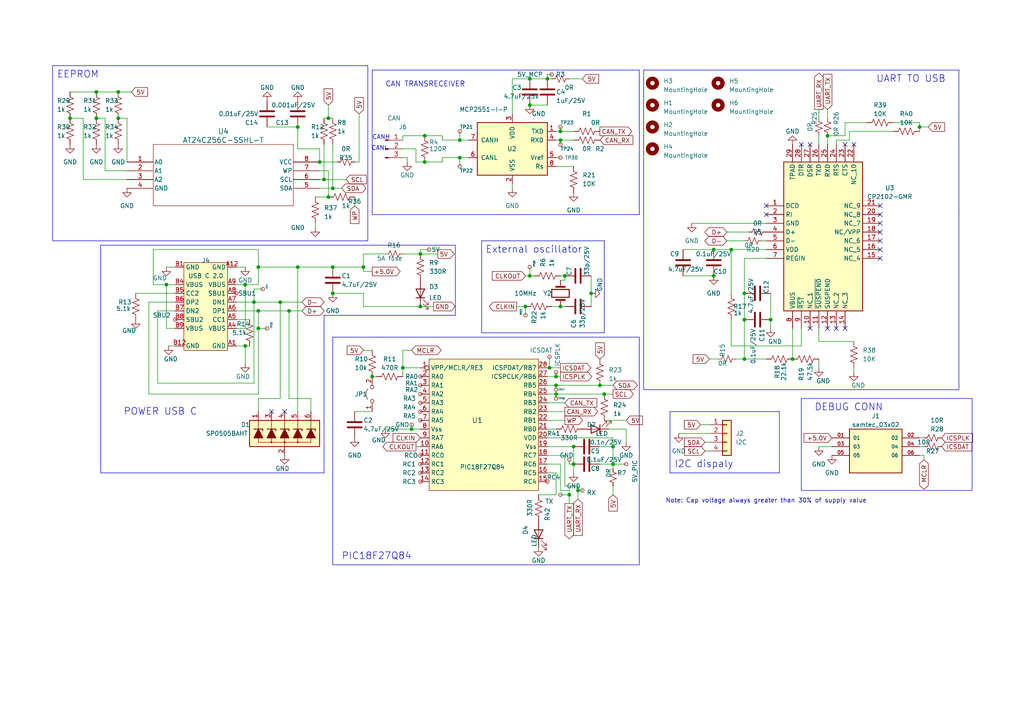
<source format=kicad_sch>
(kicad_sch (version 20230121) (generator eeschema)
  (paper "A4")
  (title_block (title "OBD_Tool") (date "2023-02-13") (rev "1") (company "EMO energy") (comment 1 "Darshan R"))
  (lib_symbols
    (symbol "Connector:Conn_01x03_Pin" (pin_names (offset 1.016) hide)
      (property "Reference" "J" (at 0 5.08 0))
      (property "Value" "Conn_01x03_Pin" (at 0 -5.08 0))
      (symbol "Conn_01x03_Pin_1_1"
        (pin passive line (at 5.08 2.54 180) (length 3.81) (name "Pin_1") (number "1"))
        (pin passive line (at 5.08 0 180) (length 3.81) (name "Pin_2") (number "2"))
        (pin passive line (at 5.08 -2.54 180) (length 3.81) (name "Pin_3") (number "3"))
      )
    )
    (symbol "Connector:TestPoint_Small" (pin_numbers hide) (pin_names (offset 0.762) hide)
      (property "Reference" "TP" (at 0 3.81 0))
      (property "Value" "TestPoint_Small" (at 0 2.032 0))
      (symbol "TestPoint_Small_1_1"
        (pin passive line (at 0 0 90) (length 0) (name "1") (number "1"))
      )
    )
    (symbol "Connector_Generic:Conn_01x04" (pin_names (offset 1.016) hide)
      (property "Reference" "J" (at 0 5.08 0))
      (property "Value" "Conn_01x04" (at 0 -7.62 0))
      (symbol "Conn_01x04_1_1"
        (pin passive line (at -5.08 2.54 0) (length 3.81) (name "Pin_1") (number "1"))
        (pin passive line (at -5.08 0 0) (length 3.81) (name "Pin_2") (number "2"))
        (pin passive line (at -5.08 -2.54 0) (length 3.81) (name "Pin_3") (number "3"))
        (pin passive line (at -5.08 -5.08 0) (length 3.81) (name "Pin_4") (number "4"))
      )
    )
    (symbol "Device:C" (pin_numbers hide) (pin_names (offset 0.254))
      (property "Reference" "C" (at 0.635 2.54 0))
      (property "Value" "C" (at 0.635 -2.54 0))
      (symbol "C_1_1"
        (pin passive line (at 0 3.81 270) (length 2.794) (name "~") (number "1"))
        (pin passive line (at 0 -3.81 90) (length 2.794) (name "~") (number "2"))
      )
    )
    (symbol "Device:Crystal" (pin_numbers hide) (pin_names (offset 1.016) hide)
      (property "Reference" "Y" (at 0 3.81 0))
      (property "Value" "Crystal" (at 0 -3.81 0))
      (symbol "Crystal_1_1"
        (pin passive line (at -3.81 0 0) (length 1.27) (name "1") (number "1"))
        (pin passive line (at 3.81 0 180) (length 1.27) (name "2") (number "2"))
      )
    )
    (symbol "Device:LED" (pin_numbers hide) (pin_names (offset 1.016) hide)
      (property "Reference" "D" (at 0 2.54 0))
      (property "Value" "LED" (at 0 -2.54 0))
      (symbol "LED_1_1"
        (pin passive line (at -3.81 0 0) (length 2.54) (name "K") (number "1"))
        (pin passive line (at 3.81 0 180) (length 2.54) (name "A") (number "2"))
      )
    )
    (symbol "Device:R_Small_US" (pin_numbers hide) (pin_names (offset 0.254) hide)
      (property "Reference" "R" (at 0.762 0.508 0))
      (property "Value" "R_Small_US" (at 0.762 -1.016 0))
      (symbol "R_Small_US_1_1"
        (pin passive line (at 0 2.54 270) (length 1.016) (name "~") (number "1"))
        (pin passive line (at 0 -2.54 90) (length 1.016) (name "~") (number "2"))
      )
    )
    (symbol "Device:R_US" (pin_numbers hide) (pin_names (offset 0))
      (property "Reference" "R" (at 2.54 0 90))
      (property "Value" "R_US" (at -2.54 0 90))
      (symbol "R_US_1_1"
        (pin passive line (at 0 3.81 270) (length 1.27) (name "~") (number "1"))
        (pin passive line (at 0 -3.81 90) (length 1.27) (name "~") (number "2"))
      )
    )
    (symbol "GND_1" (power) (pin_names (offset 0))
      (property "Value" "GND_1" (at 0 -3.81 0))
      (symbol "GND_1_1_1"
        (pin power_in line (at 0 0 270) (length 0) hide (name "GND") (number "1"))
      )
    )
    (symbol "Interface_CAN_LIN:MCP2551-I-P" (pin_names (offset 1.016))
      (property "Reference" "U" (at -10.16 8.89 0))
      (property "Value" "MCP2551-I-P" (at 2.54 8.89 0))
      (symbol "MCP2551-I-P_1_1"
        (pin input line (at -12.7 5.08 0) (length 2.54) (name "TXD") (number "1"))
        (pin power_in line (at 0 -10.16 90) (length 2.54) (name "VSS") (number "2"))
        (pin power_in line (at 0 10.16 270) (length 2.54) (name "VDD") (number "3"))
        (pin output line (at -12.7 2.54 0) (length 2.54) (name "RXD") (number "4"))
        (pin power_out line (at -12.7 -2.54 0) (length 2.54) (name "Vref") (number "5"))
        (pin bidirectional line (at 12.7 -2.54 180) (length 2.54) (name "CANL") (number "6"))
        (pin bidirectional line (at 12.7 2.54 180) (length 2.54) (name "CANH") (number "7"))
        (pin input line (at -12.7 -5.08 0) (length 2.54) (name "Rs") (number "8"))
      )
    )
    (symbol "Jumper:Jumper_2_Open" (pin_names (offset 0) hide)
      (property "Reference" "JP" (at 0 2.794 0))
      (property "Value" "Jumper_2_Open" (at 0 -2.286 0))
      (symbol "Jumper_2_Open_1_1"
        (pin passive line (at -5.08 0 0) (length 2.54) (name "A") (number "1"))
        (pin passive line (at 5.08 0 180) (length 2.54) (name "B") (number "2"))
      )
    )
    (symbol "Mechanical:MountingHole" (pin_names (offset 1.016))
      (property "Reference" "H" (at 0 5.08 0))
      (property "Value" "MountingHole" (at 0 3.175 0))
    )
    (symbol "PCM_Diode_TVS_AKL:SP0505BAHT" (pin_names (offset 1.016) hide)
      (property "Reference" "D" (at 11.43 1.27 0))
      (property "Value" "SP0505BAHT" (at 11.43 -1.27 0))
      (symbol "SP0505BAHT_1_1"
        (pin passive line (at -7.62 6.35 270) (length 2.54) (name "L1") (number "1"))
        (pin passive line (at 0 -6.35 90) (length 2.54) (name "VN") (number "2"))
        (pin passive line (at -3.81 6.35 270) (length 2.54) (name "L2") (number "3"))
        (pin passive line (at 0 6.35 270) (length 2.54) (name "L3") (number "4"))
        (pin passive line (at 3.81 6.35 270) (length 2.54) (name "L4") (number "5"))
        (pin passive line (at 7.62 6.35 270) (length 2.54) (name "L5") (number "6"))
      )
    )
    (symbol "custom lib:AT24C256C-SSHL-T" (pin_names (offset 0.254))
      (property "Reference" "U4" (at 27.94 8.89 0))
      (property "Value" "AT24C256C-SSHL-T" (at 27.94 6.35 0))
      (symbol "AT24C256C-SSHL-T_0_1"
        (pin input line (at 0 0 0) (length 7.62) (name "A0") (number "1"))
        (pin input line (at 0 -2.54 0) (length 7.62) (name "A1") (number "2"))
        (pin input line (at 0 -5.08 0) (length 7.62) (name "A2") (number "3"))
        (pin power_in line (at 0 -7.62 0) (length 7.62) (name "GND") (number "4"))
        (pin unspecified line (at 55.88 -7.62 180) (length 7.62) (name "SDA") (number "5"))
        (pin input line (at 55.88 -5.08 180) (length 7.62) (name "SCL") (number "6"))
        (pin unspecified line (at 55.88 -2.54 180) (length 7.62) (name "WP") (number "7"))
        (pin power_in line (at 55.88 0 180) (length 7.62) (name "VCC") (number "8"))
      )
    )
    (symbol "custom lib:CP2102-GMR"
      (property "Reference" "IC" (at 29.21 17.78 0))
      (property "Value" "CP2102-GMR" (at 29.21 15.24 0))
      (symbol "CP2102-GMR_1_1"
        (pin passive line (at 0 0 0) (length 5.08) (name "DCD") (number "1"))
        (pin passive line (at 12.7 -35.56 90) (length 5.08) (name "NC_1") (number "10"))
        (pin passive line (at 15.24 -35.56 90) (length 5.08) (name "~{SUSPEND}") (number "11"))
        (pin passive line (at 17.78 -35.56 90) (length 5.08) (name "SUSPEND") (number "12"))
        (pin passive line (at 20.32 -35.56 90) (length 5.08) (name "NC_2") (number "13"))
        (pin passive line (at 22.86 -35.56 90) (length 5.08) (name "NC_3") (number "14"))
        (pin passive line (at 33.02 -15.24 180) (length 5.08) (name "NC_4") (number "15"))
        (pin passive line (at 33.02 -12.7 180) (length 5.08) (name "NC_5") (number "16"))
        (pin passive line (at 33.02 -10.16 180) (length 5.08) (name "NC_6") (number "17"))
        (pin passive line (at 33.02 -7.62 180) (length 5.08) (name "NC/VPP") (number "18"))
        (pin passive line (at 33.02 -5.08 180) (length 5.08) (name "NC_7") (number "19"))
        (pin passive line (at 0 -2.54 0) (length 5.08) (name "RI") (number "2"))
        (pin passive line (at 33.02 -2.54 180) (length 5.08) (name "NC_8") (number "20"))
        (pin passive line (at 33.02 0 180) (length 5.08) (name "NC_9") (number "21"))
        (pin passive line (at 25.4 17.78 270) (length 5.08) (name "NC_10") (number "22"))
        (pin passive line (at 22.86 17.78 270) (length 5.08) (name "CTS") (number "23"))
        (pin passive line (at 20.32 17.78 270) (length 5.08) (name "RTS") (number "24"))
        (pin passive line (at 17.78 17.78 270) (length 5.08) (name "RXD") (number "25"))
        (pin passive line (at 15.24 17.78 270) (length 5.08) (name "TXD") (number "26"))
        (pin passive line (at 12.7 17.78 270) (length 5.08) (name "DSR") (number "27"))
        (pin passive line (at 10.16 17.78 270) (length 5.08) (name "DTR") (number "28"))
        (pin passive line (at 7.62 17.78 270) (length 5.08) (name "TPAD") (number "29"))
        (pin passive line (at 0 -5.08 0) (length 5.08) (name "GND") (number "3"))
        (pin passive line (at 0 -7.62 0) (length 5.08) (name "D+") (number "4"))
        (pin passive line (at 0 -10.16 0) (length 5.08) (name "D-") (number "5"))
        (pin passive line (at 0 -12.7 0) (length 5.08) (name "VDD") (number "6"))
        (pin passive line (at 0 -15.24 0) (length 5.08) (name "REGIN") (number "7"))
        (pin passive line (at 7.62 -35.56 90) (length 5.08) (name "VBUS") (number "8"))
        (pin passive line (at 10.16 -35.56 90) (length 5.08) (name "~{RST}") (number "9"))
      )
    )
    (symbol "custom lib:FW-04-05-X-D-XXX-XXX" (pin_names (offset 1.016))
      (property "Reference" "J" (at -7.62 5.842 0))
      (property "Value" "samtec_03x02" (at -7.62 -10.16 0))
      (symbol "FW-04-05-X-D-XXX-XXX_0_0"
        (pin passive line (at -12.7 2.54 0) (length 5.08) (name "01") (number "01"))
        (pin passive line (at 12.7 2.54 180) (length 5.08) (name "02") (number "02"))
        (pin passive line (at -12.7 0 0) (length 5.08) (name "03") (number "03"))
        (pin passive line (at 12.7 0 180) (length 5.08) (name "04") (number "04"))
        (pin passive line (at -12.7 -2.54 0) (length 5.08) (name "05") (number "05"))
        (pin passive line (at 12.7 -2.54 180) (length 5.08) (name "06") (number "06"))
      )
    )
    (symbol "custom lib:USB_C_2.0"
      (property "Reference" "J4" (at 1.27 13.335 0))
      (property "Value" "USB C 2.0" (at 1.27 8.89 0))
      (symbol "USB_C_2.0_1_0"
        (pin input line (at 10.16 11.43 180) (length 2.54) (name "GND") (number "A12"))
      )
      (symbol "USB_C_2.0_1_1"
        (pin input line (at 10.16 -11.43 180) (length 2.54) (name "GND") (number "A1"))
        (pin input line (at 10.16 -6.35 180) (length 2.54) (name "VBUS") (number "A4"))
        (pin input line (at 10.16 -3.81 180) (length 2.54) (name "CC1") (number "A5"))
        (pin input line (at 10.16 -1.27 180) (length 2.54) (name "DP1") (number "A6"))
        (pin input line (at 10.16 1.27 180) (length 2.54) (name "DN1") (number "A7"))
        (pin input line (at 10.16 3.81 180) (length 2.54) (name "SBU1") (number "A8"))
        (pin input line (at 10.16 6.35 180) (length 2.54) (name "VBUS") (number "A9"))
        (pin input line (at -7.62 11.43 0) (length 2.54) (name "GND") (number "B1"))
        (pin input line (at -7.62 -11.43 0) (length 2.54) (name "GND") (number "B12"))
        (pin input line (at -7.62 6.35 0) (length 2.54) (name "VBUS") (number "B4"))
        (pin input line (at -7.62 3.81 0) (length 2.54) (name "CC2") (number "B5"))
        (pin input line (at -7.62 1.27 0) (length 2.54) (name "DP2") (number "B6"))
        (pin input line (at -7.62 -1.27 0) (length 2.54) (name "DN2") (number "B7"))
        (pin input line (at -7.62 -3.81 0) (length 2.54) (name "SBU2") (number "B8"))
        (pin input line (at -7.62 -6.35 0) (length 2.54) (name "VBUS") (number "B9"))
      )
    )
    (symbol "pic18f57q84_qfn48_1"
      (property "Reference" "U1" (at -73.66 6.35 0))
      (property "Value" "~" (at 0 0 0))
      (property "MPN" "PIC18F27Q84-E/SO" (at -71.12 1.27 0))
      (symbol "pic18f57q84_qfn48_1_1_0"
        (pin bidirectional line (at -53.34 19.05 180) (length 2.54) (name "ICSPCLK/RB6") (number "27"))
      )
      (symbol "pic18f57q84_qfn48_1_1_1"
        (pin bidirectional inverted (at -90.17 21.59 0) (length 2.54) (name "VPP/MCLR/RE3") (number "1"))
        (pin bidirectional line (at -90.17 -1.27 0) (length 2.54) (name "RA6") (number "10"))
        (pin bidirectional line (at -90.17 -3.81 0) (length 2.54) (name "RC0") (number "11"))
        (pin bidirectional line (at -90.17 -6.35 0) (length 2.54) (name "RC1") (number "12"))
        (pin bidirectional line (at -90.17 -8.89 0) (length 2.54) (name "RC2") (number "13"))
        (pin bidirectional line (at -90.17 -11.43 0) (length 2.54) (name "RC3") (number "14"))
        (pin bidirectional line (at -53.34 -11.43 180) (length 2.54) (name "RC4") (number "15"))
        (pin bidirectional line (at -53.34 -8.89 180) (length 2.54) (name "RC5") (number "16"))
        (pin bidirectional line (at -53.34 -6.35 180) (length 2.54) (name "RC6") (number "17"))
        (pin bidirectional line (at -53.34 -3.81 180) (length 2.54) (name "RC7") (number "18"))
        (pin power_in line (at -53.34 -1.27 180) (length 2.54) (name "Vss") (number "19"))
        (pin bidirectional line (at -90.17 19.05 0) (length 2.54) (name "RA0") (number "2"))
        (pin power_in line (at -53.34 1.27 180) (length 2.54) (name "VDD") (number "20"))
        (pin bidirectional line (at -53.34 3.81 180) (length 2.54) (name "RB0") (number "21"))
        (pin bidirectional line (at -53.34 6.35 180) (length 2.54) (name "RB1") (number "22"))
        (pin bidirectional line (at -53.34 8.89 180) (length 2.54) (name "RB2") (number "23"))
        (pin bidirectional line (at -53.34 11.43 180) (length 2.54) (name "RB3") (number "24"))
        (pin bidirectional line (at -53.34 13.97 180) (length 2.54) (name "RB4") (number "25"))
        (pin bidirectional line (at -53.34 16.51 180) (length 2.54) (name "RB5") (number "26"))
        (pin bidirectional line (at -53.34 21.59 180) (length 2.54) (name "ICSPDAT/RB7") (number "28"))
        (pin bidirectional line (at -90.17 16.51 0) (length 2.54) (name "RA1") (number "3"))
        (pin bidirectional line (at -90.17 13.97 0) (length 2.54) (name "RA2") (number "4"))
        (pin bidirectional line (at -90.17 11.43 0) (length 2.54) (name "RA3") (number "5"))
        (pin bidirectional line (at -90.17 8.89 0) (length 2.54) (name "RA4") (number "6"))
        (pin bidirectional line (at -90.17 6.35 0) (length 2.54) (name "RA5") (number "7"))
        (pin power_in line (at -90.17 3.81 0) (length 2.54) (name "Vss") (number "8"))
        (pin bidirectional line (at -90.17 1.27 0) (length 2.54) (name "RA7") (number "9"))
      )
    )
    (symbol "power:GND" (power) (pin_names (offset 0))
      (property "Value" "GND" (at 0 -3.81 0))
      (symbol "GND_1_1"
        (pin power_in line (at 0 0 270) (length 0) hide (name "GND") (number "1"))
      )
    )
  )
  (junction (at 73.66 87.63))
  (junction (at 161.29 111.76))
  (junction (at 161.29 114.3))
  (junction (at 27.94 26.67))
  (junction (at 96.52 85.09))
  (junction (at 165.1 143.51))
  (junction (at 153.67 22.86))
  (junction (at 158.75 22.86))
  (junction (at 96.52 77.47))
  (junction (at 229.87 104.14))
  (junction (at 162.56 40.64))
  (junction (at 167.64 142.24))
  (junction (at 123.19 46.99))
  (junction (at 166.37 129.54))
  (junction (at 177.8 134.62))
  (junction (at 121.92 88.9))
  (junction (at 133.35 45.72))
  (junction (at 74.93 90.17))
  (junction (at 81.28 87.63))
  (junction (at 48.26 82.55))
  (junction (at 133.35 40.64))
  (junction (at 162.56 38.1))
  (junction (at 119.38 124.46))
  (junction (at 212.09 72.39))
  (junction (at 95.25 34.29))
  (junction (at 74.93 77.47))
  (junction (at 96.52 54.61))
  (junction (at 173.99 111.76))
  (junction (at 240.03 39.37))
  (junction (at 71.12 82.55))
  (junction (at 86.36 77.47))
  (junction (at 266.7 36.83))
  (junction (at 105.41 77.47))
  (junction (at 215.9 92.71))
  (junction (at 223.52 92.71))
  (junction (at 171.45 85.09))
  (junction (at 175.26 114.3))
  (junction (at 207.01 80.01))
  (junction (at 159.385 106.68))
  (junction (at 123.19 39.37))
  (junction (at 27.94 34.29))
  (junction (at 86.36 36.83))
  (junction (at 207.01 72.39))
  (junction (at 92.71 46.99))
  (junction (at 215.9 104.14))
  (junction (at 215.9 85.09))
  (junction (at 163.83 80.01))
  (junction (at 34.29 26.67))
  (junction (at 166.37 134.62))
  (junction (at 116.84 106.68))
  (junction (at 161.29 109.22))
  (junction (at 107.95 109.22))
  (junction (at 74.93 95.25))
  (junction (at 95.25 57.15))
  (junction (at 162.56 88.9))
  (junction (at 177.8 129.54))
  (junction (at 153.67 30.48))
  (junction (at 121.92 73.66))
  (junction (at 93.98 52.07))
  (junction (at 83.82 90.17))
  (junction (at 20.32 34.29))
  (junction (at 34.29 34.29))
  (junction (at 153.67 80.01))
  (junction (at 152.4 88.9))
  (junction (at 71.12 100.33))
  (no_connect (at 242.57 95.25))
  (no_connect (at 255.27 59.69))
  (no_connect (at 222.25 62.23))
  (no_connect (at 245.11 95.25))
  (no_connect (at 255.27 67.31))
  (no_connect (at 234.95 41.91))
  (no_connect (at 222.25 59.69))
  (no_connect (at 255.27 72.39))
  (no_connect (at 255.27 74.93))
  (no_connect (at 245.11 41.91))
  (no_connect (at 78.74 119.38))
  (no_connect (at 255.27 62.23))
  (no_connect (at 247.65 41.91))
  (no_connect (at 255.27 69.85))
  (no_connect (at 232.41 41.91))
  (no_connect (at 82.55 119.38))
  (no_connect (at 240.03 95.25))
  (no_connect (at 255.27 64.77))
  (no_connect (at 234.95 95.25))
  (wire (pts (xy 160.02 21.59) (xy 158.75 21.59)))
  (wire (pts (xy 45.72 90.17) (xy 45.72 111.125)))
  (wire (pts (xy 93.98 34.29) (xy 95.25 34.29)))
  (wire (pts (xy 251.46 35.56) (xy 245.11 35.56)))
  (wire (pts (xy 44.45 82.55) (xy 44.45 72.39)))
  (wire (pts (xy 173.99 134.62) (xy 177.8 134.62)))
  (wire (pts (xy 203.2 123.19) (xy 205.74 123.19)))
  (wire (pts (xy 162.56 81.28) (xy 163.83 81.28)))
  (wire (pts (xy 95.25 49.53) (xy 95.25 57.15)))
  (wire (pts (xy 20.32 26.67) (xy 27.94 26.67)))
  (wire (pts (xy 162.56 38.1) (xy 166.37 38.1)))
  (polyline (pts (xy 185.42 163.83) (xy 100.33 163.83)))
  (wire (pts (xy 119.38 124.46) (xy 121.92 124.46)))
  (wire (pts (xy 86.36 77.47) (xy 86.36 119.38)))
  (wire (pts (xy 200.66 64.77) (xy 222.25 64.77)))
  (wire (pts (xy 162.56 142.24) (xy 162.56 134.62)))
  (wire (pts (xy 116.84 109.22) (xy 116.84 106.68)))
  (wire (pts (xy 48.26 82.55) (xy 44.45 82.55)))
  (wire (pts (xy 105.41 78.74) (xy 105.41 77.47)))
  (wire (pts (xy 215.9 85.09) (xy 215.9 74.93)))
  (wire (pts (xy 266.7 129.54) (xy 267.97 129.54)))
  (wire (pts (xy 50.8 90.17) (xy 45.72 90.17)))
  (wire (pts (xy 107.95 109.22) (xy 109.22 109.22)))
  (wire (pts (xy 153.67 80.01) (xy 154.94 80.01)))
  (wire (pts (xy 36.83 52.07) (xy 24.13 52.07)))
  (wire (pts (xy 167.64 142.24) (xy 168.91 142.24)))
  (wire (pts (xy 246.38 38.1) (xy 259.08 38.1)))
  (wire (pts (xy 237.49 99.06) (xy 237.49 95.25)))
  (wire (pts (xy 161.29 111.76) (xy 173.99 111.76)))
  (polyline (pts (xy 271.78 20.32) (xy 278.13 20.32)))
  (wire (pts (xy 166.37 129.54) (xy 158.75 129.54)))
  (wire (pts (xy 198.12 80.01) (xy 207.01 80.01)))
  (polyline (pts (xy 278.13 113.03) (xy 257.81 113.03)))
  (wire (pts (xy 267.97 132.08) (xy 267.97 133.35)))
  (wire (pts (xy 232.41 95.25) (xy 232.41 100.33)))
  (polyline (pts (xy 175.26 69.85) (xy 175.26 96.52)))
  (wire (pts (xy 177.8 127) (xy 177.8 129.54)))
  (polyline (pts (xy 257.81 20.32) (xy 271.78 20.32)))
  (wire (pts (xy 48.26 82.55) (xy 48.26 95.25)))
  (wire (pts (xy 237.49 106.68) (xy 237.49 104.14)))
  (wire (pts (xy 128.27 40.64) (xy 128.27 39.37)))
  (wire (pts (xy 50.8 82.55) (xy 48.26 82.55)))
  (wire (pts (xy 34.29 26.67) (xy 38.1 26.67)))
  (wire (pts (xy 162.56 40.64) (xy 162.56 41.91)))
  (wire (pts (xy 107.95 78.74) (xy 105.41 78.74)))
  (wire (pts (xy 68.58 87.63) (xy 73.66 87.63)))
  (wire (pts (xy 163.83 80.01) (xy 162.56 80.01)))
  (wire (pts (xy 104.14 33.02) (xy 104.14 46.99)))
  (wire (pts (xy 81.28 87.63) (xy 87.63 87.63)))
  (wire (pts (xy 92.71 43.18) (xy 92.71 46.99)))
  (wire (pts (xy 247.65 106.68) (xy 247.65 107.95)))
  (wire (pts (xy 96.52 85.09) (xy 105.41 85.09)))
  (wire (pts (xy 242.57 40.64) (xy 246.38 40.64)))
  (wire (pts (xy 74.93 115.57) (xy 81.28 115.57)))
  (polyline (pts (xy 154.94 20.32) (xy 185.42 20.32)))
  (wire (pts (xy 161.29 48.26) (xy 166.37 48.26)))
  (wire (pts (xy 165.1 146.05) (xy 165.1 143.51)))
  (polyline (pts (xy 194.31 119.38) (xy 194.31 137.16)))
  (polyline (pts (xy 175.26 96.52) (xy 139.7 96.52)))
  (wire (pts (xy 95.25 49.53) (xy 92.71 49.53)))
  (wire (pts (xy 77.47 36.83) (xy 86.36 36.83)))
  (polyline (pts (xy 107.95 20.32) (xy 154.94 20.32)))
  (wire (pts (xy 116.84 101.6) (xy 116.84 106.68)))
  (wire (pts (xy 74.93 77.47) (xy 86.36 77.47)))
  (wire (pts (xy 121.92 73.66) (xy 127 73.66)))
  (wire (pts (xy 245.11 35.56) (xy 245.11 39.37)))
  (wire (pts (xy 212.09 100.33) (xy 212.09 92.71)))
  (wire (pts (xy 74.93 119.38) (xy 74.93 115.57)))
  (wire (pts (xy 68.58 77.47) (xy 71.12 77.47)))
  (wire (pts (xy 39.37 85.09) (xy 50.8 85.09)))
  (wire (pts (xy 120.65 43.18) (xy 120.65 46.99)))
  (wire (pts (xy 210.82 69.85) (xy 215.9 69.85)))
  (polyline (pts (xy 99.06 163.83) (xy 100.33 163.83)))
  (wire (pts (xy 242.57 41.91) (xy 242.57 40.64)))
  (wire (pts (xy 48.26 95.25) (xy 50.8 95.25)))
  (wire (pts (xy 44.45 72.39) (xy 74.93 72.39)))
  (wire (pts (xy 247.65 99.06) (xy 237.49 99.06)))
  (wire (pts (xy 36.83 49.53) (xy 30.48 49.53)))
  (wire (pts (xy 68.58 82.55) (xy 71.12 82.55)))
  (wire (pts (xy 171.45 88.9) (xy 171.45 85.09)))
  (wire (pts (xy 161.29 45.72) (xy 162.56 45.72)))
  (wire (pts (xy 116.84 73.66) (xy 121.92 73.66)))
  (wire (pts (xy 158.75 109.22) (xy 161.29 109.22)))
  (wire (pts (xy 74.93 77.47) (xy 74.93 82.55)))
  (polyline (pts (xy 104.14 97.79) (xy 109.22 97.79)))
  (wire (pts (xy 111.76 124.46) (xy 119.38 124.46)))
  (polyline (pts (xy 93.98 137.16) (xy 29.21 137.16)))
  (wire (pts (xy 74.93 72.39) (xy 74.93 77.47)))
  (wire (pts (xy 223.52 92.71) (xy 223.52 95.25)))
  (wire (pts (xy 105.41 88.9) (xy 121.92 88.9)))
  (wire (pts (xy 116.84 43.18) (xy 120.65 43.18)))
  (wire (pts (xy 240.03 31.75) (xy 240.03 34.29)))
  (wire (pts (xy 167.64 140.97) (xy 167.64 142.24)))
  (wire (pts (xy 73.66 87.63) (xy 81.28 87.63)))
  (wire (pts (xy 165.1 22.86) (xy 168.91 22.86)))
  (wire (pts (xy 162.56 143.51) (xy 165.1 143.51)))
  (wire (pts (xy 177.8 129.54) (xy 177.8 134.62)))
  (wire (pts (xy 153.67 30.48) (xy 158.75 30.48)))
  (wire (pts (xy 27.94 26.67) (xy 34.29 26.67)))
  (polyline (pts (xy 278.13 60.96) (xy 278.13 113.03)))
  (wire (pts (xy 124.46 72.39) (xy 121.92 72.39)))
  (wire (pts (xy 148.59 53.34) (xy 148.59 54.61)))
  (wire (pts (xy 165.1 133.35) (xy 165.1 134.62)))
  (wire (pts (xy 213.36 104.14) (xy 215.9 104.14)))
  (wire (pts (xy 229.87 95.25) (xy 229.87 104.14)))
  (wire (pts (xy 173.99 129.54) (xy 177.8 129.54)))
  (polyline (pts (xy 29.21 71.12) (xy 132.08 71.12)))
  (wire (pts (xy 266.7 127) (xy 267.97 127)))
  (polyline (pts (xy 226.06 119.38) (xy 226.06 137.16)))
  (wire (pts (xy 48.895 100.33) (xy 50.8 100.33)))
  (wire (pts (xy 96.52 77.47) (xy 105.41 77.47)))
  (wire (pts (xy 93.98 41.91) (xy 93.98 52.07)))
  (wire (pts (xy 119.38 123.19) (xy 119.38 124.46)))
  (wire (pts (xy 158.75 127) (xy 177.8 127)))
  (wire (pts (xy 133.35 48.26) (xy 133.35 45.72)))
  (wire (pts (xy 181.61 124.46) (xy 181.61 128.27)))
  (polyline (pts (xy 185.42 97.79) (xy 185.42 163.83)))
  (wire (pts (xy 158.75 114.3) (xy 161.29 114.3)))
  (wire (pts (xy 30.48 34.29) (xy 27.94 34.29)))
  (wire (pts (xy 68.58 90.17) (xy 74.93 90.17)))
  (wire (pts (xy 74.93 95.25) (xy 77.47 95.25)))
  (wire (pts (xy 177.8 143.51) (xy 177.8 140.97)))
  (wire (pts (xy 210.82 67.31) (xy 217.17 67.31)))
  (polyline (pts (xy 278.13 20.32) (xy 278.13 60.96)))
  (wire (pts (xy 96.52 41.91) (xy 96.52 54.61)))
  (wire (pts (xy 158.75 111.76) (xy 161.29 111.76)))
  (wire (pts (xy 93.98 52.07) (xy 92.71 52.07)))
  (wire (pts (xy 176.53 124.46) (xy 181.61 124.46)))
  (wire (pts (xy 91.44 57.15) (xy 95.25 57.15)))
  (wire (pts (xy 152.4 88.9) (xy 152.4 91.44)))
  (wire (pts (xy 83.82 90.17) (xy 87.63 90.17)))
  (polyline (pts (xy 107.95 20.32) (xy 107.95 62.23)))
  (wire (pts (xy 237.49 129.54) (xy 241.3 129.54)))
  (wire (pts (xy 133.35 40.64) (xy 135.89 40.64)))
  (wire (pts (xy 76.2 83.82) (xy 73.66 83.82)))
  (wire (pts (xy 50.8 87.63) (xy 43.18 87.63)))
  (wire (pts (xy 95.25 34.29) (xy 96.52 34.29)))
  (wire (pts (xy 71.12 105.41) (xy 71.12 100.33)))
  (polyline (pts (xy 186.69 20.32) (xy 186.69 113.03)))
  (wire (pts (xy 163.83 140.97) (xy 167.64 140.97)))
  (polyline (pts (xy 93.98 91.44) (xy 132.08 91.44)))
  (wire (pts (xy 222.25 104.14) (xy 215.9 104.14)))
  (wire (pts (xy 153.67 77.47) (xy 153.67 80.01)))
  (wire (pts (xy 105.41 73.66) (xy 111.76 73.66)))
  (wire (pts (xy 68.58 100.33) (xy 71.12 100.33)))
  (wire (pts (xy 86.36 43.18) (xy 92.71 43.18)))
  (polyline (pts (xy 93.98 137.16) (xy 93.98 91.44)))
  (wire (pts (xy 196.85 125.73) (xy 205.74 125.73)))
  (wire (pts (xy 215.9 92.71) (xy 215.9 104.14)))
  (wire (pts (xy 128.27 45.72) (xy 128.27 46.99)))
  (wire (pts (xy 74.93 90.17) (xy 83.82 90.17)))
  (wire (pts (xy 160.02 88.9) (xy 162.56 88.9)))
  (wire (pts (xy 161.29 114.3) (xy 175.26 114.3)))
  (wire (pts (xy 128.27 46.99) (xy 123.19 46.99)))
  (wire (pts (xy 92.71 46.99) (xy 97.79 46.99)))
  (wire (pts (xy 204.47 130.81) (xy 205.74 130.81)))
  (wire (pts (xy 161.29 124.46) (xy 158.75 124.46)))
  (wire (pts (xy 266.7 132.08) (xy 267.97 132.08)))
  (wire (pts (xy 116.84 45.72) (xy 118.11 45.72)))
  (wire (pts (xy 171.45 85.09) (xy 171.45 80.01)))
  (polyline (pts (xy 109.22 97.79) (xy 185.42 97.79)))
  (wire (pts (xy 220.98 69.85) (xy 222.25 69.85)))
  (wire (pts (xy 43.18 114.3) (xy 74.93 114.3)))
  (wire (pts (xy 161.29 143.51) (xy 156.21 143.51)))
  (wire (pts (xy 177.8 135.89) (xy 177.8 134.62)))
  (wire (pts (xy 158.75 106.68) (xy 159.385 106.68)))
  (wire (pts (xy 71.12 100.33) (xy 72.39 100.33)))
  (wire (pts (xy 207.01 72.39) (xy 212.09 72.39)))
  (wire (pts (xy 93.98 52.07) (xy 100.33 52.07)))
  (polyline (pts (xy 226.06 137.16) (xy 194.31 137.16)))
  (wire (pts (xy 102.87 57.15) (xy 102.87 59.69)))
  (wire (pts (xy 266.7 36.83) (xy 266.7 38.1)))
  (wire (pts (xy 116.84 106.68) (xy 121.92 106.68)))
  (wire (pts (xy 81.28 115.57) (xy 81.28 87.63)))
  (wire (pts (xy 74.93 114.3) (xy 74.93 95.25)))
  (wire (pts (xy 90.17 115.57) (xy 83.82 115.57)))
  (wire (pts (xy 118.11 45.72) (xy 118.11 46.99)))
  (wire (pts (xy 105.41 101.6) (xy 107.95 101.6)))
  (wire (pts (xy 173.99 111.76) (xy 177.8 111.76)))
  (wire (pts (xy 237.49 39.37) (xy 237.49 41.91)))
  (polyline (pts (xy 186.69 20.32) (xy 257.81 20.32)))
  (wire (pts (xy 92.71 54.61) (xy 96.52 54.61)))
  (polyline (pts (xy 96.52 97.79) (xy 96.52 162.56)))
  (wire (pts (xy 128.27 39.37) (xy 123.19 39.37)))
  (wire (pts (xy 133.35 38.1) (xy 133.35 40.64)))
  (wire (pts (xy 152.4 80.01) (xy 153.67 80.01)))
  (wire (pts (xy 68.58 92.71) (xy 72.39 92.71)))
  (wire (pts (xy 246.38 40.64) (xy 246.38 38.1)))
  (wire (pts (xy 159.385 106.68) (xy 162.56 106.68)))
  (wire (pts (xy 133.35 45.72) (xy 128.27 45.72)))
  (wire (pts (xy 240.03 39.37) (xy 240.03 41.91)))
  (wire (pts (xy 86.36 77.47) (xy 96.52 77.47)))
  (wire (pts (xy 133.35 45.72) (xy 135.89 45.72)))
  (polyline (pts (xy 139.7 69.85) (xy 175.26 69.85)))
  (wire (pts (xy 158.75 119.38) (xy 163.83 119.38)))
  (wire (pts (xy 266.7 35.56) (xy 266.7 36.83)))
  (wire (pts (xy 30.48 49.53) (xy 30.48 34.29)))
  (wire (pts (xy 159.385 103.505) (xy 159.385 106.68)))
  (wire (pts (xy 212.09 85.09) (xy 212.09 72.39)))
  (wire (pts (xy 161.29 107.95) (xy 161.29 109.22)))
  (wire (pts (xy 215.9 74.93) (xy 222.25 74.93)))
  (wire (pts (xy 161.29 40.64) (xy 162.56 40.64)))
  (wire (pts (xy 105.41 77.47) (xy 105.41 73.66)))
  (wire (pts (xy 48.26 77.47) (xy 50.8 77.47)))
  (wire (pts (xy 36.83 34.29) (xy 34.29 34.29)))
  (wire (pts (xy 158.75 121.92) (xy 163.83 121.92)))
  (wire (pts (xy 205.74 104.14) (xy 208.28 104.14)))
  (wire (pts (xy 104.14 46.99) (xy 102.87 46.99)))
  (wire (pts (xy 166.37 137.16) (xy 166.37 134.62)))
  (wire (pts (xy 181.61 121.92) (xy 175.26 121.92)))
  (wire (pts (xy 74.93 95.25) (xy 74.93 90.17)))
  (polyline (pts (xy 185.42 62.23) (xy 185.42 20.32)))
  (wire (pts (xy 149.86 88.9) (xy 152.4 88.9)))
  (wire (pts (xy 83.82 115.57) (xy 83.82 90.17)))
  (wire (pts (xy 71.12 95.25) (xy 68.58 95.25)))
  (wire (pts (xy 86.36 36.83) (xy 86.36 43.18)))
  (wire (pts (xy 177.8 134.62) (xy 181.61 134.62)))
  (wire (pts (xy 73.66 111.125) (xy 73.66 87.63)))
  (wire (pts (xy 158.75 132.08) (xy 163.83 132.08)))
  (polyline (pts (xy 107.95 62.23) (xy 185.42 62.23)))
  (wire (pts (xy 102.87 119.38) (xy 107.95 119.38)))
  (wire (pts (xy 158.75 21.59) (xy 158.75 22.86)))
  (wire (pts (xy 133.35 40.64) (xy 128.27 40.64)))
  (wire (pts (xy 73.66 83.82) (xy 73.66 87.63)))
  (wire (pts (xy 90.17 119.38) (xy 90.17 115.57)))
  (polyline (pts (xy 29.21 71.12) (xy 29.21 137.16)))
  (polyline (pts (xy 96.52 163.83) (xy 99.06 163.83)))
  (wire (pts (xy 162.56 88.9) (xy 163.83 88.9)))
  (wire (pts (xy 116.84 39.37) (xy 116.84 40.64)))
  (polyline (pts (xy 96.52 97.79) (xy 104.14 97.79)))
  (wire (pts (xy 158.75 137.16) (xy 161.29 137.16)))
  (wire (pts (xy 120.65 46.99) (xy 123.19 46.99)))
  (wire (pts (xy 91.44 64.77) (xy 91.44 66.04)))
  (wire (pts (xy 153.67 22.86) (xy 158.75 22.86)))
  (wire (pts (xy 158.75 116.84) (xy 163.83 116.84)))
  (wire (pts (xy 167.64 142.24) (xy 167.64 144.78)))
  (wire (pts (xy 161.29 111.76) (xy 161.29 113.03)))
  (wire (pts (xy 259.08 35.56) (xy 266.7 35.56)))
  (polyline (pts (xy 186.69 113.03) (xy 257.81 113.03)))
  (wire (pts (xy 148.59 22.86) (xy 148.59 33.02)))
  (wire (pts (xy 245.11 39.37) (xy 240.03 39.37)))
  (wire (pts (xy 116.84 39.37) (xy 123.19 39.37)))
  (wire (pts (xy 95.25 30.48) (xy 95.25 34.29)))
  (wire (pts (xy 166.37 129.54) (xy 166.37 134.62)))
  (wire (pts (xy 163.83 132.08) (xy 163.83 140.97)))
  (wire (pts (xy 198.12 72.39) (xy 207.01 72.39)))
  (wire (pts (xy 120.65 129.54) (xy 121.92 129.54)))
  (wire (pts (xy 121.92 88.9) (xy 125.73 88.9)))
  (wire (pts (xy 266.7 36.83) (xy 269.24 36.83)))
  (wire (pts (xy 45.72 111.125) (xy 73.66 111.125)))
  (wire (pts (xy 161.29 137.16) (xy 161.29 143.51)))
  (wire (pts (xy 96.52 54.61) (xy 99.06 54.61)))
  (wire (pts (xy 24.13 34.29) (xy 20.32 34.29)))
  (wire (pts (xy 36.83 46.99) (xy 36.83 34.29)))
  (wire (pts (xy 24.13 52.07) (xy 24.13 34.29)))
  (wire (pts (xy 158.75 22.86) (xy 160.02 22.86)))
  (wire (pts (xy 165.1 143.51) (xy 165.1 142.24)))
  (wire (pts (xy 165.1 134.62) (xy 166.37 134.62)))
  (polyline (pts (xy 139.7 96.52) (xy 139.7 69.85)))
  (polyline (pts (xy 96.52 162.56) (xy 96.52 163.83)))
  (wire (pts (xy 237.49 31.75) (xy 237.49 34.29)))
  (wire (pts (xy 175.26 114.3) (xy 177.8 114.3)))
  (wire (pts (xy 161.29 114.3) (xy 161.29 115.57)))
  (wire (pts (xy 165.1 142.24) (xy 162.56 142.24)))
  (wire (pts (xy 161.29 38.1) (xy 162.56 38.1)))
  (wire (pts (xy 121.92 72.39) (xy 121.92 73.66)))
  (wire (pts (xy 232.41 100.33) (xy 212.09 100.33)))
  (wire (pts (xy 212.09 72.39) (xy 222.25 72.39)))
  (wire (pts (xy 148.59 22.86) (xy 153.67 22.86)))
  (wire (pts (xy 105.41 85.09) (xy 105.41 88.9)))
  (wire (pts (xy 43.18 87.63) (xy 43.18 114.3)))
  (wire (pts (xy 161.29 109.22) (xy 162.56 109.22)))
  (wire (pts (xy 223.52 85.09) (xy 223.52 92.71)))
  (wire (pts (xy 204.47 128.27) (xy 205.74 128.27)))
  (wire (pts (xy 162.56 36.83) (xy 162.56 38.1)))
  (wire (pts (xy 74.93 82.55) (xy 71.12 82.55)))
  (wire (pts (xy 162.56 40.64) (xy 166.37 40.64)))
  (wire (pts (xy 71.12 82.55) (xy 71.12 95.25)))
  (polyline (pts (xy 132.08 91.44) (xy 132.08 71.12)))
  (wire (pts (xy 163.83 81.28) (xy 163.83 80.01)))
  (polyline (pts (xy 194.31 119.38) (xy 226.06 119.38)))
  (wire (pts (xy 162.56 134.62) (xy 158.75 134.62)))
  (wire (pts (xy 215.9 85.09) (xy 215.9 92.71)))
  (wire (pts (xy 116.84 101.6) (xy 119.38 101.6)))
  (rectangle (start 15.24 19.05) (end 106.68 69.85))
  (rectangle (start 232.41 115.57) (end 281.94 142.24))
  (text "CANH" (at 107.95 40.64 0) (effects (font (size 1.27 1.27)) (justify left bottom)))
  (text "I2C dispaly\n" (at 195.58 135.89 0) (effects (font (size 2 2)) (justify left bottom)))
  (text "Note: Cap voltage always greater than 30% of supply value" (at 193.04 146.05 0) (effects (font (size 1.27 1.27)) (justify left bottom)))
  (text " POWER USB C" (at 34.29 120.65 0) (effects (font (size 2 2)) (justify left bottom)))
  (text "PIC18F27Q84" (at 99.06 162.56 0) (effects (font (size 2 2)) (justify left bottom)))
  (text "CAN TRANSRECEIVER" (at 111.76 25.4 0) (effects (font (size 1.5 1.5)) (justify left bottom)))
  (text "UART TO USB" (at 274.32 24.13 0) (effects (font (size 2 2)) (justify right bottom)))
  (text "External oscillator\n" (at 168.91 73.66 0) (effects (font (size 2 2)) (justify right bottom)))
  (text "CANL" (at 107.696 43.815 0) (effects (font (size 1.27 1.27)) (justify left bottom)))
  (text "EEPROM " (at 16.51 22.86 0) (effects (font (size 2 2)) (justify left bottom)))
  (text "DEBUG CONN" (at 236.22 119.38 0) (effects (font (size 2 2)) (justify left bottom)))
  (global_label "5V" (shape input) (at 181.61 121.92 0) (property "Intersheetrefs" "${INTERSHEET_REFS}" (effects hide)))
  (global_label "D-" (shape bidirectional) (at 87.63 87.63 0) (property "Intersheetrefs" "${INTERSHEET_REFS}" (effects hide)))
  (global_label "5V" (shape input) (at 168.91 22.86 0) (property "Intersheetrefs" "${INTERSHEET_REFS}" (effects hide)))
  (global_label "5V" (shape input) (at 269.24 36.83 0) (property "Intersheetrefs" "${INTERSHEET_REFS}" (effects hide)))
  (global_label "WP" (shape input) (at 102.87 59.69 270) (property "Intersheetrefs" "${INTERSHEET_REFS}" (effects hide)))
  (global_label "5V" (shape input) (at 105.41 101.6 180) (property "Intersheetrefs" "${INTERSHEET_REFS}" (effects hide)))
  (global_label "GND" (shape output) (at 125.73 88.9 0) (property "Intersheetrefs" "${INTERSHEET_REFS}" (effects hide)))
  (global_label "5V" (shape input) (at 173.99 104.14 90) (property "Intersheetrefs" "${INTERSHEET_REFS}" (effects hide)))
  (global_label "CLKOUT" (shape output) (at 120.65 129.54 180) (property "Intersheetrefs" "${INTERSHEET_REFS}" (effects hide)))
  (global_label "SDA" (shape input) (at 204.47 128.27 180) (property "Intersheetrefs" "${INTERSHEET_REFS}" (effects hide)))
  (global_label "5V" (shape input) (at 38.1 26.67 0) (property "Intersheetrefs" "${INTERSHEET_REFS}" (effects hide)))
  (global_label "5V" (shape input) (at 205.74 104.14 180) (property "Intersheetrefs" "${INTERSHEET_REFS}" (effects hide)))
  (global_label "SCL" (shape input) (at 100.33 52.07 0) (property "Intersheetrefs" "${INTERSHEET_REFS}" (effects hide)))
  (global_label "CLKIN" (shape input) (at 121.92 127 180) (property "Intersheetrefs" "${INTERSHEET_REFS}" (effects hide)))
  (global_label "D-" (shape bidirectional) (at 210.82 69.85 180) (property "Intersheetrefs" "${INTERSHEET_REFS}" (effects hide)))
  (global_label "UART_RX" (shape output) (at 237.49 31.75 90) (property "Intersheetrefs" "${INTERSHEET_REFS}" (effects hide)))
  (global_label "5V" (shape input) (at 203.2 123.19 180) (property "Intersheetrefs" "${INTERSHEET_REFS}" (effects hide)))
  (global_label "CAN_TX" (shape output) (at 173.99 38.1 0) (property "Intersheetrefs" "${INTERSHEET_REFS}" (effects hide)))
  (global_label "ICSDAT" (shape output) (at 162.56 106.68 0) (property "Intersheetrefs" "${INTERSHEET_REFS}" (effects hide)))
  (global_label "5V" (shape input) (at 177.8 143.51 270) (property "Intersheetrefs" "${INTERSHEET_REFS}" (effects hide)))
  (global_label "CAN_TX" (shape input) (at 163.83 116.84 0) (property "Intersheetrefs" "${INTERSHEET_REFS}" (effects hide)))
  (global_label "UART_RX" (shape input) (at 167.64 144.78 270) (property "Intersheetrefs" "${INTERSHEET_REFS}" (effects hide)))
  (global_label "SDA" (shape bidirectional) (at 177.8 111.76 0) (property "Intersheetrefs" "${INTERSHEET_REFS}" (effects hide)))
  (global_label "CAN_RX" (shape input) (at 173.99 40.64 0) (property "Intersheetrefs" "${INTERSHEET_REFS}" (effects hide)))
  (global_label "+5.0V" (shape output) (at 107.95 78.74 0) (property "Intersheetrefs" "${INTERSHEET_REFS}" (effects hide)))
  (global_label "ICSPLK" (shape output) (at 162.56 109.22 0) (property "Intersheetrefs" "${INTERSHEET_REFS}" (effects hide)))
  (global_label "CLKOUT" (shape input) (at 152.4 80.01 180) (property "Intersheetrefs" "${INTERSHEET_REFS}" (effects hide)))
  (global_label "5V" (shape input) (at 104.14 33.02 90) (property "Intersheetrefs" "${INTERSHEET_REFS}" (effects hide)))
  (global_label "SCL" (shape input) (at 204.47 130.81 180) (property "Intersheetrefs" "${INTERSHEET_REFS}" (effects hide)))
  (global_label "MCLR" (shape bidirectional) (at 267.97 133.35 270) (property "Intersheetrefs" "${INTERSHEET_REFS}" (effects hide)))
  (global_label "CLKIN" (shape output) (at 149.86 88.9 180) (property "Intersheetrefs" "${INTERSHEET_REFS}" (effects hide)))
  (global_label "D+" (shape bidirectional) (at 210.82 67.31 180) (property "Intersheetrefs" "${INTERSHEET_REFS}" (effects hide)))
  (global_label "UART_TX" (shape input) (at 240.03 31.75 90) (property "Intersheetrefs" "${INTERSHEET_REFS}" (effects hide)))
  (global_label "MCLR" (shape bidirectional) (at 119.38 101.6 0) (property "Intersheetrefs" "${INTERSHEET_REFS}" (effects hide)))
  (global_label "D+" (shape bidirectional) (at 87.63 90.17 0) (property "Intersheetrefs" "${INTERSHEET_REFS}" (effects hide)))
  (global_label "5V" (shape output) (at 127 73.66 0) (property "Intersheetrefs" "${INTERSHEET_REFS}" (effects hide)))
  (global_label "SCL" (shape output) (at 177.8 114.3 0) (property "Intersheetrefs" "${INTERSHEET_REFS}" (effects hide)))
  (global_label "ICSPLK" (shape input) (at 273.05 127 0) (property "Intersheetrefs" "${INTERSHEET_REFS}" (effects hide)))
  (global_label "CAN_RX" (shape output) (at 163.83 119.38 0) (property "Intersheetrefs" "${INTERSHEET_REFS}" (effects hide)))
  (global_label "5V" (shape input) (at 95.25 30.48 90) (property "Intersheetrefs" "${INTERSHEET_REFS}" (effects hide)))
  (global_label "ICSDAT" (shape input) (at 273.05 129.54 0) (property "Intersheetrefs" "${INTERSHEET_REFS}" (effects hide)))
  (global_label "UART_TX" (shape output) (at 165.1 146.05 270) (property "Intersheetrefs" "${INTERSHEET_REFS}" (effects hide)))
  (global_label "SDA" (shape bidirectional) (at 99.06 54.61 0) (property "Intersheetrefs" "${INTERSHEET_REFS}" (effects hide)))
  (global_label "WP" (shape output) (at 163.83 121.92 0) (property "Intersheetrefs" "${INTERSHEET_REFS}" (effects hide)))
  (global_label "+5.0V" (shape input) (at 241.3 127 180) (property "Intersheetrefs" "${INTERSHEET_REFS}" (effects hide)))
  (symbol (lib_id "Mechanical:MountingHole") (at 189.23 36.83 0) (unit 1)
    (property "Reference" "H2" (at 192.405 36.195 0) (effects (justify left)))
    (property "Value" "MountingHole" (at 192.405 38.735 0) (effects (justify left)))
    (property "Footprint" "MountingHole:MountingHole_2.2mm_M2" (effects hide))
    (property "SL.No." "10" (effects hide))
  )
  (symbol (lib_id "Connector:TestPoint_Small") (at 160.02 21.59 180) (unit 1)
    (property "Reference" "TP29" (effects hide))
    (property "Value" "5V_MCP" (at 157.48 21.59 0) (effects (justify left)))
    (property "Footprint" "Custommm:testpoint_0.5mm" (effects hide))
    (property "SL.No." "46" (effects hide))
  )
  (symbol (lib_id "Mechanical:MountingHole") (at 208.28 24.13 0) (unit 1)
    (property "Reference" "H5" (at 211.455 23.495 0) (effects (justify left)))
    (property "Value" "MountingHole" (at 211.455 26.035 0) (effects (justify left)))
    (property "Footprint" "MountingHole:MountingHole_2.2mm_M2" (effects hide))
    (property "SL.No." "10" (effects hide))
  )
  (symbol (lib_id "power:GND") (at 77.47 29.21 180) (unit 1)
    (property "Reference" "#PWR030" (effects hide))
    (property "Value" "GND" (at 77.47 25.4 0))
  )
  (symbol (lib_id "Connector:TestPoint_Small") (at 68.58 85.09 180) (unit 1)
    (property "Reference" "TP19" (effects hide))
    (property "Value" "SBU1" (at 74.295 85.09 0) (effects (justify left)))
    (property "Footprint" "Custommm:testpoint_0.5mm" (effects hide))
    (property "SL.No." "27" (effects hide))
  )
  (symbol (lib_id "Connector:TestPoint_Small") (at 162.56 41.91 0) (unit 1)
    (property "Reference" "TP24" (at 162.56 43.18 0) (effects (font (size 1 1)) (justify left)))
    (property "Value" "CAN_RX" (effects hide))
    (property "Footprint" "Custommm:testpoint_0.5mm" (effects hide))
    (property "SL.No." "6" (effects hide))
  )
  (symbol (lib_id "Interface_CAN_LIN:MCP2551-I-P") (at 148.59 43.18 0) (mirror y) (unit 1)
    (property "Reference" "U2" (at 149.86 43.18 0) (effects (justify left)))
    (property "Value" "MCP2551-I-P" (at 147.32 31.75 0) (effects (justify left)))
    (property "Footprint" "mcp2551:SOIC127P600X175-8N" (effects hide))
    (property "Datasheet" "http://ww1.microchip.com/downloads/en/devicedoc/21667d.pdf" (effects hide))
    (property "MPN" "MCP2551-I/SN" (effects hide))
    (property "Manufacturer" "Microchip Technology" (effects hide))
    (property "Description" "CAN IC" (effects hide))
    (property "SL.No." "62" (effects hide))
  )
  (symbol (lib_id "Device:R_US") (at 123.19 43.18 0) (unit 1)
    (property "Reference" "R4" (at 124.46 41.275 0) (effects (justify left)))
    (property "Value" "120R" (at 124.46 43.18 0) (effects (justify left)))
    (property "Footprint" "Resistor_SMD:R_0402_1005Metric" (effects hide))
    (property "MPN" "RC0402FR-07120RL" (effects hide))
    (property "Manufacturer" "YAGEO" (effects hide))
    (property "Description" "0402" (effects hide))
    (property "SL.No." "18" (effects hide))
  )
  (symbol (lib_name "GND_1") (lib_id "power:GND") (at 241.3 132.08 0) (unit 1)
    (property "Reference" "#PWR019" (effects hide))
    (property "Value" "GND" (at 241.3 137.16 0))
  )
  (symbol (lib_id "Connector:TestPoint_Small") (at 77.47 95.25 90) (unit 1)
    (property "Reference" "TP32" (at 78.74 95.25 0) (effects (font (size 0.5 0.5)) (justify left)))
    (property "Value" "D+" (effects hide))
    (property "Footprint" "Custommm:testpoint_0.5mm" (effects hide))
    (property "SL.No." "53" (effects hide))
  )
  (symbol (lib_id "Connector:TestPoint_Small") (at 121.92 109.22 180) (unit 1)
    (property "Reference" "TP1" (effects hide))
    (property "Value" "RA0" (at 121.285 109.22 0) (effects (justify left)))
    (property "Footprint" "Custommm:testpoint_0.5mm" (effects hide))
    (property "SL.No." "29" (effects hide))
  )
  (symbol (lib_id "Device:R_US") (at 158.75 80.01 90) (unit 1)
    (property "Reference" "R6" (at 157.4799 77.47 0) (effects (justify left)))
    (property "Value" "1k" (at 160.0199 77.47 0) (effects (justify left)))
    (property "Footprint" "Resistor_SMD:R_0402_1005Metric" (effects hide))
    (property "MPN" "RT0402BRE071KL" (effects hide))
    (property "Manufacturer" "YAGEO" (effects hide))
    (property "Description" "0402" (effects hide))
    (property "SL.No." "16" (effects hide))
  )
  (symbol (lib_id "Device:R_US") (at 166.37 52.07 0) (unit 1)
    (property "Reference" "R21" (at 168.91 50.7999 0) (effects (justify left)))
    (property "Value" "10K" (at 168.91 53.3399 0) (effects (justify left)))
    (property "Footprint" "Resistor_SMD:R_0402_1005Metric" (effects hide))
    (property "MPN" "RC0402FR-0710KL" (effects hide))
    (property "Manufacturer" "YAGEO" (effects hide))
    (property "Description" "0402" (effects hide))
    (property "SL.No." "16" (effects hide))
  )
  (symbol (lib_id "power:GND") (at 34.29 41.91 0) (unit 1)
    (property "Reference" "#PWR028" (effects hide))
    (property "Value" "GND" (at 34.29 46.99 0))
  )
  (symbol (lib_id "Connector:TestPoint_Small") (at 121.92 137.16 180) (unit 1)
    (property "Reference" "TP9" (effects hide))
    (property "Value" "RC2" (at 120.65 137.16 0) (effects (justify left)))
    (property "Footprint" "Custommm:testpoint_0.5mm" (effects hide))
    (property "SL.No." "36" (effects hide))
  )
  (symbol (lib_id "Connector:TestPoint_Small") (at 133.35 48.26 0) (unit 1)
    (property "Reference" "TP22" (at 133.35 49.53 0) (effects (font (size 1 1)) (justify left)))
    (property "Value" "CL" (effects hide))
    (property "Footprint" "Custommm:testpoint_0.5mm" (effects hide))
    (property "SL.No." "7" (effects hide))
  )
  (symbol (lib_id "power:GND") (at 27.94 41.91 0) (unit 1)
    (property "Reference" "#PWR027" (effects hide))
    (property "Value" "GND" (at 27.94 46.99 0))
  )
  (symbol (lib_id "Device:C") (at 219.71 92.71 270) (unit 1)
    (property "Reference" "C11" (at 220.98 95.25 0) (effects (justify left)))
    (property "Value" "0.1uF/25V" (at 218.44 95.25 0) (effects (justify left)))
    (property "Footprint" "Capacitor_SMD:C_0402_1005Metric" (effects hide))
    (property "MPN" "CC0402KRX7R7BB104" (effects hide))
    (property "Manufacturer" "YAGEO" (effects hide))
    (property "Description" "0402" (effects hide))
    (property "SL.No." "2" (effects hide))
  )
  (symbol (lib_id "power:GND") (at 20.32 41.91 0) (unit 1)
    (property "Reference" "#PWR026" (effects hide))
    (property "Value" "GND" (at 20.32 46.99 0))
  )
  (symbol (lib_id "Device:R_US") (at 72.39 96.52 0) (unit 1)
    (property "Reference" "R14" (at 68.58 93.98 0) (effects (justify left)))
    (property "Value" "5.1k" (at 67.31 96.52 0) (effects (justify left)))
    (property "Footprint" "Resistor_SMD:R_0402_1005Metric" (effects hide))
    (property "MPN" "RC0402FR-075K1L" (effects hide))
    (property "Manufacturer" "YAGEO" (effects hide))
    (property "Description" "0402" (effects hide))
    (property "SL.No." "23" (effects hide))
  )
  (symbol (lib_id "Device:C") (at 77.47 33.02 180) (unit 1)
    (property "Reference" "C14" (at 74.93 35.56 0) (effects (justify left)))
    (property "Value" "0.01uF/25V" (at 74.93 33.02 0) (effects (justify left)))
    (property "Footprint" "Capacitor_SMD:C_0402_1005Metric" (effects hide))
    (property "MPN" "CC0805JKNPO7BN103" (effects hide))
    (property "Manufacturer" "YAGEO" (effects hide))
    (property "Description" "0402" (effects hide))
    (property "SL.No." "1" (effects hide))
  )
  (symbol (lib_id "Connector:TestPoint_Small") (at 124.46 72.39 180) (unit 1)
    (property "Reference" "TP11" (effects hide))
    (property "Value" "5V" (at 127.635 72.39 0) (effects (justify left)))
    (property "Footprint" "Custommm:testpoint_0.5mm" (effects hide))
    (property "SL.No." "46" (effects hide))
  )
  (symbol (lib_id "Connector:TestPoint_Small") (at 158.75 139.7 180) (unit 1)
    (property "Reference" "TP14" (effects hide))
    (property "Value" "RC4" (at 162.56 138.43 0) (effects (justify left)))
    (property "Footprint" "Custommm:testpoint_0.5mm" (effects hide))
    (property "SL.No." "41" (effects hide))
  )
  (symbol (lib_id "Mechanical:MountingHole") (at 208.28 30.48 0) (unit 1)
    (property "Reference" "H6" (at 211.455 29.845 0) (effects (justify left)))
    (property "Value" "MountingHole" (at 211.455 32.385 0) (effects (justify left)))
    (property "Footprint" "MountingHole:MountingHole_2.2mm_M2" (effects hide))
    (property "SL.No." "10" (effects hide))
  )
  (symbol (lib_id "Device:C") (at 167.64 88.9 90) (unit 1)
    (property "Reference" "C6" (at 166.37 95.25 0) (effects (justify left)))
    (property "Value" "33p/25V" (at 168.91 95.25 0) (effects (justify left)))
    (property "Footprint" "Capacitor_SMD:C_0402_1005Metric" (effects hide))
    (property "MPN" "CC0201JPNPO7BN330" (effects hide))
    (property "Manufacturer" "YAGEO" (effects hide))
    (property "Description" "0402" (effects hide))
    (property "SL.No." "4" (effects hide))
  )
  (symbol (lib_id "Device:R_Small_US") (at 237.49 36.83 0) (unit 1)
    (property "Reference" "R25" (at 236.22 34.29 90))
    (property "Value" "0R" (at 234.95 36.83 90))
    (property "Footprint" "Resistor_SMD:R_0603_1608Metric" (effects hide))
    (property "MPN" "RC0603FR-SNE96L" (effects hide))
    (property "Manufacturer" "YAGEO" (effects hide))
    (property "Description" "0603" (effects hide))
    (property "SL.No." "17" (effects hide))
  )
  (symbol (lib_id "Connector:TestPoint_Small") (at 121.92 139.7 180) (unit 1)
    (property "Reference" "TP10" (effects hide))
    (property "Value" "RC3" (at 120.65 139.7 0) (effects (justify left)))
    (property "Footprint" "Custommm:testpoint_0.5mm" (effects hide))
    (property "SL.No." "37" (effects hide))
  )
  (symbol (lib_id "Device:C") (at 86.36 33.02 180) (unit 1)
    (property "Reference" "C13" (at 83.82 35.56 0) (effects (justify left)))
    (property "Value" "0.001uF/25V" (at 91.44 30.48 0) (effects (justify left)))
    (property "Footprint" "Capacitor_SMD:C_0402_1005Metric" (effects hide))
    (property "MPN" "CC0100KRX7R7BB102" (effects hide))
    (property "Manufacturer" "YAGEO" (effects hide))
    (property "Description" "0402" (effects hide))
    (property "SL.No." "1" (effects hide))
  )
  (symbol (lib_id "PCM_Diode_TVS_AKL:SP0505BAHT") (at 82.55 125.73 0) (unit 1)
    (property "Reference" "D1" (at 69.85 123.19 0) (effects (justify left)))
    (property "Value" "SP0505BAHT" (at 59.69 125.73 0) (effects (justify left)))
    (property "Footprint" "Custommm:SP0505BAHT_SOT95P280X145-6N.kicad_mod" (effects hide))
    (property "Datasheet" "https://www.tme.eu/Document/ca7ed7e840192927c2f50631891ac6c9/SP05xxBA.pdf" (effects hide))
    (property "MPN" "SP0505BAHTG" (effects hide))
  )
  (symbol (lib_id "Device:R_Small_US") (at 218.44 69.85 270) (unit 1)
    (property "Reference" "R20" (at 218.44 72.39 90))
    (property "Value" "0R" (at 217.17 71.12 90))
    (property "Footprint" "Resistor_SMD:R_0603_1608Metric" (effects hide))
    (property "MPN" "RC0603FR-SNE96L" (effects hide))
    (property "Manufacturer" "YAGEO" (effects hide))
    (property "Description" "0603" (effects hide))
    (property "SL.No." "17" (effects hide))
  )
  (symbol (lib_id "Connector:TestPoint_Small") (at 162.56 143.51 0) (unit 1)
    (property "Reference" "TP38" (effects hide))
    (property "Value" "TX" (at 158.115 145.415 0) (effects (justify left)))
    (property "Footprint" "Custommm:testpoint_0.5mm" (effects hide))
    (property "SL.No." "47" (effects hide))
  )
  (symbol (lib_id "Device:R_US") (at 255.27 35.56 90) (unit 1)
    (property "Reference" "R39" (at 255.27 30.48 90))
    (property "Value" "10K" (at 255.27 33.02 90))
    (property "Footprint" "Resistor_SMD:R_0402_1005Metric" (effects hide))
    (property "MPN" "RC0402FR-0710KL" (effects hide))
    (property "Manufacturer" "YAGEO" (effects hide))
    (property "Description" "0402" (effects hide))
    (property "SL.No." "16" (effects hide))
  )
  (symbol (lib_id "Connector_Generic:Conn_01x04") (at 210.82 125.73 0) (unit 1)
    (property "Reference" "J2" (at 213.36 125.7299 0) (effects (justify left)))
    (property "Value" "I2C" (at 213.36 128.2699 0) (effects (justify left)))
    (property "Footprint" "Connector_PinHeader_1.27mm:PinHeader_1x04_P1.27mm_Vertical" (effects hide))
    (property "MPN" "240-004" (effects hide))
    (property "Manufacturer" "Digilent" (effects hide))
    (property "Description" "4 pin JST connector" (effects hide))
    (property "SL.No." "12" (effects hide))
  )
  (symbol (lib_id "power:GND") (at 36.83 54.61 0) (unit 1)
    (property "Reference" "#PWR020" (effects hide))
    (property "Value" "GND" (at 36.83 59.69 0))
  )
  (symbol (lib_id "Device:R_US") (at 156.21 147.32 0) (unit 1)
    (property "Reference" "R42" (at 158.75 151.13 90) (effects (justify left)))
    (property "Value" "330R" (at 153.67 149.86 90) (effects (justify left)))
    (property "Footprint" "Resistor_SMD:R_0402_1005Metric" (effects hide))
    (property "MPN" "RC0402JR-7D330RL" (effects hide))
    (property "Manufacturer" "YAGEO" (effects hide))
    (property "Description" "0402" (effects hide))
    (property "SL.No." "20" (effects hide))
  )
  (symbol (lib_id "Device:R_US") (at 173.99 107.95 180) (unit 1)
    (property "Reference" "R23" (at 176.53 107.315 0) (effects (justify right)))
    (property "Value" "1k" (at 176.53 109.855 0) (effects (justify right)))
    (property "Footprint" "Resistor_SMD:R_0402_1005Metric" (effects hide))
    (property "MPN" "RT0402BRE071KL" (effects hide))
    (property "Manufacturer" "YAGEO" (effects hide))
    (property "Description" "0402" (effects hide))
    (property "SL.No." "16" (effects hide))
  )
  (symbol (lib_id "Connector:TestPoint_Small") (at 168.91 142.24 0) (unit 1)
    (property "Reference" "TP39" (effects hide))
    (property "Value" "RX" (at 170.18 142.875 0) (effects (justify left)))
    (property "Footprint" "Custommm:testpoint_0.5mm" (effects hide))
    (property "SL.No." "48" (effects hide))
  )
  (symbol (lib_id "Device:R_US") (at 96.52 38.1 180) (unit 1)
    (property "Reference" "R8" (at 97.79 35.56 0) (effects (justify right)))
    (property "Value" "1k" (at 97.79 38.1 0) (effects (justify right)))
    (property "Footprint" "Resistor_SMD:R_0402_1005Metric" (effects hide))
    (property "MPN" "RT0402BRE071KL" (effects hide))
    (property "Manufacturer" "YAGEO" (effects hide))
    (property "Description" "0402" (effects hide))
    (property "SL.No." "16" (effects hide))
  )
  (symbol (lib_id "Connector:TestPoint_Small") (at 161.29 107.95 0) (unit 1)
    (property "Reference" "TP15" (effects hide))
    (property "Value" "ICSPLK" (at 161.7218 106.299 90) (effects (justify left)))
    (property "Footprint" "Custommm:testpoint_0.5mm" (effects hide))
    (property "SL.No." "42" (effects hide))
  )
  (symbol (lib_id "Device:R_US") (at 27.94 30.48 180) (unit 1)
    (property "Reference" "R31" (at 24.13 29.21 0) (effects (justify right)))
    (property "Value" "1k" (at 24.13 31.75 0) (effects (justify right)))
    (property "Footprint" "Resistor_SMD:R_0603_1608Metric" (effects hide))
    (property "MPN" "RT0603WRE071KL" (effects hide))
    (property "Manufacturer" "YAGEO" (effects hide))
    (property "Description" "0603" (effects hide))
    (property "SL.No." "16" (effects hide))
  )
  (symbol (lib_id "Device:R_Small_US") (at 177.8 138.43 180) (unit 1)
    (property "Reference" "R7" (at 180.34 137.16 0))
    (property "Value" "0R" (at 176.53 137.16 90))
    (property "Footprint" "Resistor_SMD:R_0603_1608Metric" (effects hide))
    (property "MPN" "RC0603FR-SNE96L" (effects hide))
    (property "Manufacturer" "YAGEO" (effects hide))
    (property "Description" "0603" (effects hide))
    (property "SL.No." "17" (effects hide))
  )
  (symbol (lib_name "GND_1") (lib_id "power:GND") (at 102.87 127 0) (unit 1)
    (property "Reference" "#PWR04" (effects hide))
    (property "Value" "GND" (at 102.87 132.08 0))
  )
  (symbol (lib_id "Device:R_US") (at 39.37 88.9 0) (unit 1)
    (property "Reference" "R13" (at 34.29 87.63 0) (effects (justify left)))
    (property "Value" "5.1k" (at 33.655 89.535 0) (effects (justify left)))
    (property "Footprint" "Resistor_SMD:R_0402_1005Metric" (effects hide))
    (property "MPN" "RC0402FR-075K1L" (effects hide))
    (property "Manufacturer" "YAGEO" (effects hide))
    (property "Description" "0402" (effects hide))
    (property "SL.No." "23" (effects hide))
  )
  (symbol (lib_id "Device:LED") (at 121.92 85.09 90) (unit 1)
    (property "Reference" "D3" (at 124.46 83.185 90) (effects (justify right)))
    (property "Value" "LED" (at 124.46 86.36 90) (effects (justify right)))
    (property "Footprint" "LED_SMD:LED_0603_1608Metric" (effects hide))
    (property "Manufacturer" "bivar" (effects hide))
    (property "Description" "LED" (effects hide))
    (property "SL.No." "9" (effects hide))
  )
  (symbol (lib_id "Device:R_Small_US") (at 240.03 36.83 0) (unit 1)
    (property "Reference" "R26" (at 242.57 34.29 90))
    (property "Value" "0R" (at 242.57 38.1 90))
    (property "Footprint" "Resistor_SMD:R_0603_1608Metric" (effects hide))
    (property "MPN" "RC0603FR-SNE96L" (effects hide))
    (property "Manufacturer" "YAGEO" (effects hide))
    (property "Description" "0603" (effects hide))
    (property "SL.No." "17" (effects hide))
  )
  (symbol (lib_id "Device:R_US") (at 34.29 30.48 180) (unit 1)
    (property "Reference" "R33" (at 30.48 29.21 0) (effects (justify right)))
    (property "Value" "1k" (at 30.48 31.75 0) (effects (justify right)))
    (property "Footprint" "Resistor_SMD:R_0603_1608Metric" (effects hide))
    (property "MPN" "RT0603WRE071KL" (effects hide))
    (property "Manufacturer" "YAGEO" (effects hide))
    (property "Description" "0603" (effects hide))
    (property "SL.No." "16" (effects hide))
  )
  (symbol (lib_id "Device:R_US") (at 156.21 88.9 90) (unit 1)
    (property "Reference" "R22" (at 154.94 93.98 0) (effects (justify left)))
    (property "Value" "1k" (at 157.48 92.71 0) (effects (justify left)))
    (property "Footprint" "Resistor_SMD:R_0402_1005Metric" (effects hide))
    (property "MPN" "RT0402BRE071KL" (effects hide))
    (property "Manufacturer" "YAGEO" (effects hide))
    (property "Description" "0402" (effects hide))
    (property "SL.No." "16" (effects hide))
  )
  (symbol (lib_id "Mechanical:MountingHole") (at 189.23 30.48 0) (unit 1)
    (property "Reference" "H1" (at 192.405 29.845 0) (effects (justify left)))
    (property "Value" "MountingHole" (at 192.405 32.385 0) (effects (justify left)))
    (property "Footprint" "MountingHole:MountingHole_2.2mm_M2" (effects hide))
    (property "SL.No." "10" (effects hide))
  )
  (symbol (lib_name "pic18f57q84_qfn48_1") (lib_id "PIC18F57Q84 QFN48:pic18f57q84_qfn48") (at 212.09 128.27 0) (unit 1)
    (property "Reference" "U1" (at 138.43 121.92 0) (effects (font (size 1.5 1.5))))
    (property "Value" "PIC18F27Q84" (at 139.9032 135.4328 0))
    (property "Footprint" "Custommm:PIC18F27Q84_SOIC127P1030X265-28N" (effects hide))
    (property "MPN" "PIC18F27Q84-E/SO" (effects hide))
    (property "Manufacturer" "Microchip Technology" (effects hide))
    (property "Description" "MCU" (effects hide))
    (property "SL.No." "61" (effects hide))
  )
  (symbol (lib_id "Connector:TestPoint_Small") (at 161.29 115.57 180) (unit 1)
    (property "Reference" "TP18" (at 163.83 115.57 0) (effects (font (size 0.5 0.5)) (justify left)))
    (property "Value" "SCL" (effects hide))
    (property "Footprint" "Custommm:testpoint_0.5mm" (effects hide))
    (property "SL.No." "45" (effects hide))
  )
  (symbol (lib_id "power:GND") (at 91.44 66.04 0) (unit 1)
    (property "Reference" "#PWR025" (effects hide))
    (property "Value" "GND" (at 86.36 66.04 0))
  )
  (symbol (lib_id "Device:R_Small_US") (at 219.71 67.31 270) (unit 1)
    (property "Reference" "R5" (at 219.71 67.31 90))
    (property "Value" "0R" (at 219.71 64.77 90))
    (property "Footprint" "Resistor_SMD:R_0603_1608Metric" (effects hide))
    (property "MPN" "RC0603FR-SNE96L" (effects hide))
    (property "Manufacturer" "YAGEO" (effects hide))
    (property "Description" "0603" (effects hide))
    (property "SL.No." "17" (effects hide))
  )
  (symbol (lib_id "Connector:TestPoint_Small") (at 76.2 83.82 90) (unit 1)
    (property "Reference" "TP7" (at 77.47 83.82 0) (effects (font (size 0.5 0.5)) (justify left)))
    (property "Value" "D-" (effects hide))
    (property "Footprint" "Custommm:testpoint_0.5mm" (effects hide))
    (property "SL.No." "53" (effects hide))
  )
  (symbol (lib_id "power:GND") (at 171.45 85.09 90) (unit 1)
    (property "Reference" "#PWR08" (effects hide))
    (property "Value" "GND" (at 173.99 82.55 0))
  )
  (symbol (lib_id "Device:R_Small_US") (at 210.82 104.14 270) (unit 1)
    (property "Reference" "R15" (at 209.55 101.6 0))
    (property "Value" "0R" (at 209.55 105.41 90))
    (property "Footprint" "Resistor_SMD:R_0805_2012Metric" (effects hide))
    (property "MPN" "RC0603FR-SNE96L" (effects hide))
    (property "Manufacturer" "YAGEO" (effects hide))
    (property "Description" "0603" (effects hide))
    (property "SL.No." "17" (effects hide))
  )
  (symbol (lib_id "custom lib:USB_C_2.0") (at 58.42 88.9 0) (unit 1)
    (property "Reference" "J4" (at 59.69 75.565 0))
    (property "Value" "USB C 2.0" (at 59.69 80.01 0))
    (property "Footprint" "Connector_USB:USB_C_Receptacle_HRO_TYPE-C-31-M-12" (effects hide))
    (property "MPN" "USB4105-GF-A" (effects hide))
    (property "Manufacturer" "GCT" (effects hide))
    (property "Description" "USB C" (effects hide))
    (property "SL.No." "14" (effects hide))
  )
  (symbol (lib_id "Device:R_US") (at 165.1 124.46 90) (unit 1)
    (property "Reference" "R41" (at 162.56 125.73 90) (effects (justify left)))
    (property "Value" "330R" (at 167.64 127 90) (effects (justify left)))
    (property "Footprint" "Resistor_SMD:R_0402_1005Metric" (effects hide))
    (property "MPN" "RC0402JR-7D330RL" (effects hide))
    (property "Manufacturer" "YAGEO" (effects hide))
    (property "Description" "0402" (effects hide))
    (property "SL.No." "20" (effects hide))
  )
  (symbol (lib_id "power:GND") (at 229.87 41.91 180) (unit 1)
    (property "Reference" "#PWR03" (effects hide))
    (property "Value" "GND" (at 229.87 38.1 0))
  )
  (symbol (lib_name "GND_1") (lib_id "power:GND") (at 48.895 100.33 0) (unit 1)
    (property "Reference" "#PWR017" (effects hide))
    (property "Value" "GND" (at 49.53 104.14 0))
  )
  (symbol (lib_name "GND_1") (lib_id "power:GND") (at 39.37 92.71 0) (unit 1)
    (property "Reference" "#PWR07" (effects hide))
    (property "Value" "GND" (at 37.465 95.885 0))
  )
  (symbol (lib_name "GND_1") (lib_id "power:GND") (at 71.12 77.47 0) (unit 1)
    (property "Reference" "#PWR015" (effects hide))
    (property "Value" "GND" (at 71.12 81.28 0))
  )
  (symbol (lib_id "Connector:TestPoint_Small") (at 121.92 121.92 180) (unit 1)
    (property "Reference" "TP6" (effects hide))
    (property "Value" "RA5" (at 120.65 120.6501 0) (effects (justify left)))
    (property "Footprint" "Custommm:testpoint_0.5mm" (effects hide))
    (property "SL.No." "34" (effects hide))
  )
  (symbol (lib_id "power:GND") (at 148.59 54.61 0) (unit 1)
    (property "Reference" "#PWR010" (effects hide))
    (property "Value" "GND" (at 148.59 59.69 0))
  )
  (symbol (lib_id "Device:R_US") (at 170.18 40.64 90) (unit 1)
    (property "Reference" "R2" (at 173.99 43.18 90))
    (property "Value" "0R" (at 170.18 43.18 90))
    (property "Footprint" "Resistor_SMD:R_0603_1608Metric" (effects hide))
    (property "MPN" "RC0603FR-SNE96L" (effects hide))
    (property "Manufacturer" "YAGEO" (effects hide))
    (property "Description" "0603" (effects hide))
    (property "SL.No." "16" (effects hide))
  )
  (symbol (lib_id "Device:R_US") (at 93.98 38.1 180) (unit 1)
    (property "Reference" "R12" (at 90.17 36.83 0) (effects (justify right)))
    (property "Value" "1k" (at 90.17 39.37 0) (effects (justify right)))
    (property "Footprint" "Resistor_SMD:R_0402_1005Metric" (effects hide))
    (property "MPN" "RT0402BRE071KL" (effects hide))
    (property "Manufacturer" "YAGEO" (effects hide))
    (property "Description" "0402" (effects hide))
    (property "SL.No." "16" (effects hide))
  )
  (symbol (lib_id "power:GND") (at 156.21 158.75 0) (unit 1)
    (property "Reference" "#PWR033" (effects hide))
    (property "Value" "GND" (at 156.21 162.56 0))
  )
  (symbol (lib_id "power:GND") (at 247.65 107.95 0) (unit 1)
    (property "Reference" "#PWR01" (effects hide))
    (property "Value" "GND" (at 248.92 111.76 0))
  )
  (symbol (lib_id "Device:R_US") (at 212.09 88.9 0) (unit 1)
    (property "Reference" "R17" (at 214.63 88.9 0))
    (property "Value" "1k" (at 213.995 90.805 0))
    (property "Footprint" "Resistor_SMD:R_0402_1005Metric" (effects hide))
    (property "MPN" "RT0402BRE071KL" (effects hide))
    (property "Manufacturer" "YAGEO" (effects hide))
    (property "Description" "0402" (effects hide))
    (property "SL.No." "16" (effects hide))
  )
  (symbol (lib_id "Device:C") (at 207.01 76.2 180) (unit 1)
    (property "Reference" "C10" (at 210.82 78.74 0) (effects (justify left)))
    (property "Value" "0.1uF/25V" (at 212.09 73.66 0) (effects (justify left)))
    (property "Footprint" "Capacitor_SMD:C_0402_1005Metric" (effects hide))
    (property "MPN" "CC0402KRX7R7BB104" (effects hide))
    (property "Manufacturer" "YAGEO" (effects hide))
    (property "Description" "0402" (effects hide))
    (property "SL.No." "2" (effects hide))
  )
  (symbol (lib_id "Device:R_Small_US") (at 270.51 129.54 270) (unit 1)
    (property "Reference" "R27" (at 270.51 130.81 90))
    (property "Value" "10R" (at 267.97 128.27 90))
    (property "Footprint" "Resistor_SMD:R_0603_1608Metric" (effects hide))
    (property "MPN" "RC0603FR-0710RL" (effects hide))
    (property "Manufacturer" "YAGEO" (effects hide))
    (property "Description" "0603" (effects hide))
    (property "SL.No." "19" (effects hide))
  )
  (symbol (lib_id "Device:R_US") (at 20.32 38.1 180) (unit 1)
    (property "Reference" "R30" (at 16.51 36.83 0) (effects (justify right)))
    (property "Value" "1k" (at 16.51 39.37 0) (effects (justify right)))
    (property "Footprint" "Resistor_SMD:R_0603_1608Metric" (effects hide))
    (property "MPN" "RT0603WRE071KL" (effects hide))
    (property "Manufacturer" "YAGEO" (effects hide))
    (property "Description" "0603" (effects hide))
    (property "SL.No." "16" (effects hide))
  )
  (symbol (lib_id "Device:Crystal") (at 162.56 85.09 90) (unit 1)
    (property "Reference" "Y2" (at 158.75 85.09 90))
    (property "Value" "10MHz" (at 152.4 85.09 90))
    (property "Footprint" "Custommm:ABLS8000MHZB4T" (effects hide))
    (property "MPN" "ABM7-10.000MHZ-D2Y-T" (effects hide))
    (property "Manufacturer" "ABRACON" (effects hide))
    (property "Description" "CRYSTAL" (effects hide))
    (property "SL.No." "65" (effects hide))
  )
  (symbol (lib_id "Device:R_US") (at 226.06 104.14 90) (unit 1)
    (property "Reference" "R18" (at 225.425 109.855 0) (effects (justify left)))
    (property "Value" "22.1k" (at 227.33 110.49 0) (effects (justify left)))
    (property "Footprint" "Resistor_SMD:R_0402_1005Metric" (effects hide))
    (property "MPN" "RC0402FR-1322K1L" (effects hide))
    (property "Manufacturer" "YAGEO" (effects hide))
    (property "Description" "0402" (effects hide))
    (property "SL.No." "24" (effects hide))
  )
  (symbol (lib_id "Device:R_US") (at 20.32 30.48 180) (unit 1)
    (property "Reference" "R29" (at 16.51 29.21 0) (effects (justify right)))
    (property "Value" "1k" (at 16.51 31.75 0) (effects (justify right)))
    (property "Footprint" "Resistor_SMD:R_0603_1608Metric" (effects hide))
    (property "MPN" "RT0603WRE071KL" (effects hide))
    (property "Manufacturer" "YAGEO" (effects hide))
    (property "Description" "0603" (effects hide))
    (property "SL.No." "16" (effects hide))
  )
  (symbol (lib_id "Connector:TestPoint_Small") (at 50.8 92.71 180) (unit 1)
    (property "Reference" "SBU2" (effects hide))
    (property "Value" "SBU2" (at 49.53 91.4401 0) (effects (justify left)))
    (property "Footprint" "Custommm:testpoint_0.5mm" (effects hide))
    (property "SL.No." "26" (effects hide))
  )
  (symbol (lib_id "Connector:TestPoint_Small") (at 161.29 113.03 180) (unit 1)
    (property "Reference" "TP17" (at 163.83 113.03 0) (effects (font (size 0.5 0.5)) (justify left)))
    (property "Value" "SDA" (effects hide))
    (property "Footprint" "Custommm:testpoint_0.5mm" (effects hide))
    (property "SL.No." "44" (effects hide))
  )
  (symbol (lib_id "Device:LED") (at 156.21 154.94 90) (unit 1)
    (property "Reference" "D4" (at 152.4 152.4 0) (effects (justify right)))
    (property "Value" "LED" (at 154.94 154.94 0) (effects (justify right)))
    (property "Footprint" "LED_THT:LED_D3.0mm_IRBlack" (effects hide))
    (property "Manufacturer" "bivar" (effects hide))
    (property "Description" "LED" (effects hide))
    (property "SL.No." "9" (effects hide))
  )
  (symbol (lib_id "Mechanical:MountingHole") (at 189.23 24.13 0) (unit 1)
    (property "Reference" "H3" (at 192.405 23.495 0) (effects (justify left)))
    (property "Value" "MountingHole" (at 192.405 26.035 0) (effects (justify left)))
    (property "Footprint" "MountingHole:MountingHole_2.2mm_M2" (effects hide))
    (property "SL.No." "10" (effects hide))
  )
  (symbol (lib_id "Connector:TestPoint_Small") (at 121.92 119.38 180) (unit 1)
    (property "Reference" "TP5" (effects hide))
    (property "Value" "RA4" (at 120.65 118.1101 0) (effects (justify left)))
    (property "Footprint" "Custommm:testpoint_0.5mm" (effects hide))
    (property "SL.No." "33" (effects hide))
  )
  (symbol (lib_id "Device:R_US") (at 233.68 104.14 90) (unit 1)
    (property "Reference" "R19" (at 232.41 110.49 0) (effects (justify left)))
    (property "Value" "47.5k" (at 234.95 110.49 0) (effects (justify left)))
    (property "Footprint" "Resistor_SMD:R_0402_1005Metric" (effects hide))
    (property "MPN" "RC0402FR-0747K5L" (effects hide))
    (property "Manufacturer" "YAGEO" (effects hide))
    (property "Description" "0402" (effects hide))
    (property "SL.No." "24" (effects hide))
  )
  (symbol (lib_id "power:GND") (at 111.76 124.46 0) (unit 1)
    (property "Reference" "#PWR011" (effects hide))
    (property "Value" "GND" (at 109.855 127.635 0))
  )
  (symbol (lib_id "power:GND") (at 181.61 128.27 0) (unit 1)
    (property "Reference" "#PWR032" (effects hide))
    (property "Value" "GND" (at 181.61 132.08 0))
  )
  (symbol (lib_name "GND_1") (lib_id "power:GND") (at 71.12 105.41 0) (unit 1)
    (property "Reference" "#PWR018" (effects hide))
    (property "Value" "GND" (at 70.485 109.22 0))
  )
  (symbol (lib_id "Device:R_US") (at 27.94 38.1 180) (unit 1)
    (property "Reference" "R32" (at 24.13 36.83 0) (effects (justify right)))
    (property "Value" "1k" (at 24.13 39.37 0) (effects (justify right)))
    (property "Footprint" "Resistor_SMD:R_0603_1608Metric" (effects hide))
    (property "MPN" "RT0603WRE071KL" (effects hide))
    (property "Manufacturer" "YAGEO" (effects hide))
    (property "Description" "0603" (effects hide))
    (property "SL.No." "16" (effects hide))
  )
  (symbol (lib_id "power:GND") (at 153.67 30.48 0) (unit 1)
    (property "Reference" "#PWR014" (effects hide))
    (property "Value" "GND" (at 156.21 33.02 0))
  )
  (symbol (lib_id "Device:R_Small_US") (at 162.56 22.86 270) (unit 1)
    (property "Reference" "R3" (at 162.56 21.59 90))
    (property "Value" "0R" (at 165.1 25.4 90))
    (property "Footprint" "Resistor_SMD:R_0603_1608Metric" (effects hide))
    (property "MPN" "RC0603FR-SNE96L" (effects hide))
    (property "Manufacturer" "YAGEO" (effects hide))
    (property "Description" "0603" (effects hide))
    (property "SL.No." "17" (effects hide))
  )
  (symbol (lib_id "Device:LED") (at 172.72 124.46 180) (unit 1)
    (property "Reference" "D2" (at 170.18 123.19 0) (effects (justify right)))
    (property "Value" "LED" (at 172.72 125.73 0) (effects (justify right)))
    (property "Footprint" "LED_THT:LED_D3.0mm_IRBlack" (effects hide))
    (property "Manufacturer" "bivar" (effects hide))
    (property "Description" "LED" (effects hide))
    (property "SL.No." "9" (effects hide))
  )
  (symbol (lib_id "Device:R_US") (at 34.29 38.1 180) (unit 1)
    (property "Reference" "R34" (at 30.48 36.83 0) (effects (justify right)))
    (property "Value" "1k" (at 30.48 39.37 0) (effects (justify right)))
    (property "Footprint" "Resistor_SMD:R_0603_1608Metric" (effects hide))
    (property "MPN" "RT0603WRE071KL" (effects hide))
    (property "Manufacturer" "YAGEO" (effects hide))
    (property "Description" "0603" (effects hide))
    (property "SL.No." "16" (effects hide))
  )
  (symbol (lib_id "power:GND") (at 118.11 46.99 0) (unit 1)
    (property "Reference" "#PWR06" (effects hide))
    (property "Value" "GND" (at 118.11 50.8 0))
  )
  (symbol (lib_id "Device:R_Small_US") (at 114.3 73.66 270) (unit 1)
    (property "Reference" "R16" (at 114.3 71.12 90))
    (property "Value" "5A fuse" (at 113.03 74.93 90))
    (property "Footprint" "Custommm:FUSE" (effects hide))
    (property "MPN" "0494.250NR" (effects hide))
    (property "Manufacturer" "YAGEO" (effects hide))
    (property "Description" "-" (effects hide))
    (property "SL.No." "17" (effects hide))
  )
  (symbol (lib_id "Connector:TestPoint_Small") (at 121.92 134.62 180) (unit 1)
    (property "Reference" "TP8" (effects hide))
    (property "Value" "RC1" (at 120.65 134.62 0) (effects (justify left)))
    (property "Footprint" "Custommm:testpoint_0.5mm" (effects hide))
    (property "SL.No." "25" (effects hide))
  )
  (symbol (lib_id "Device:R_US") (at 262.89 38.1 90) (unit 1)
    (property "Reference" "R40" (at 262.89 33.02 90))
    (property "Value" "10K" (at 262.89 35.56 90))
    (property "Footprint" "Resistor_SMD:R_0402_1005Metric" (effects hide))
    (property "MPN" "RC0402FR-0710KL" (effects hide))
    (property "Manufacturer" "YAGEO" (effects hide))
    (property "Description" "0402" (effects hide))
    (property "SL.No." "16" (effects hide))
  )
  (symbol (lib_id "Device:C") (at 158.75 26.67 0) (unit 1)
    (property "Reference" "C4" (at 161.29 26.67 0) (effects (justify left)))
    (property "Value" "1uF/25V" (at 161.29 29.21 0) (effects (justify left)))
    (property "Footprint" "Capacitor_SMD:C_0402_1005Metric" (effects hide))
    (property "MPN" "CC0402KPX5R7BB105" (effects hide))
    (property "Manufacturer" "YAGEO" (effects hide))
    (property "Description" "0402" (effects hide))
    (property "SL.No." "1" (effects hide))
  )
  (symbol (lib_id "Device:R_US") (at 107.95 105.41 0) (unit 1)
    (property "Reference" "R10" (at 102.87 104.14 0) (effects (justify left)))
    (property "Value" "10k" (at 102.87 106.68 0) (effects (justify left)))
    (property "Footprint" "Resistor_SMD:R_0402_1005Metric" (effects hide))
    (property "MPN" "RC0402FR-0710KL" (effects hide))
    (property "Manufacturer" "YAGEO" (effects hide))
    (property "Description" "0402" (effects hide))
    (property "SL.No." "21" (effects hide))
  )
  (symbol (lib_name "GND_1") (lib_id "power:GND") (at 48.26 77.47 0) (unit 1)
    (property "Reference" "#PWR016" (effects hide))
    (property "Value" "GND" (at 46.355 80.645 0))
  )
  (symbol (lib_id "Connector:TestPoint_Small") (at 121.92 111.76 180) (unit 1)
    (property "Reference" "TP2" (effects hide))
    (property "Value" "RA1" (at 121.285 111.125 0) (effects (justify left)))
    (property "Footprint" "Custommm:testpoint_0.5mm" (effects hide))
    (property "SL.No." "30" (effects hide))
  )
  (symbol (lib_id "power:GND") (at 200.66 64.77 0) (unit 1)
    (property "Reference" "#PWR021" (effects hide))
    (property "Value" "GND" (at 200.66 69.85 0))
  )
  (symbol (lib_id "Connector:TestPoint_Small") (at 162.56 36.83 0) (unit 1)
    (property "Reference" "TP23" (at 162.56 35.56 0) (effects (font (size 1 1)) (justify left)))
    (property "Value" "CAN_TX" (effects hide))
    (property "Footprint" "Custommm:testpoint_0.5mm" (effects hide))
    (property "SL.No." "7" (effects hide))
  )
  (symbol (lib_id "Connector:TestPoint_Small") (at 152.4 91.44 90) (unit 1)
    (property "Reference" "TP27" (at 151.13 91.44 0) (effects (font (size 0.5 0.5)) (justify left)))
    (property "Value" "cin" (effects hide))
    (property "Footprint" "Custommm:testpoint_0.5mm" (effects hide))
    (property "SL.No." "53" (effects hide))
  )
  (symbol (lib_id "power:GND") (at 207.01 80.01 0) (unit 1)
    (property "Reference" "#PWR022" (effects hide))
    (property "Value" "GND" (at 207.01 85.09 0))
  )
  (symbol (lib_id "Connector:TestPoint_Small") (at 121.92 114.3 180) (unit 1)
    (property "Reference" "TP3" (effects hide))
    (property "Value" "RA2" (at 121.285 113.03 0) (effects (justify left)))
    (property "Footprint" "Custommm:testpoint_0.5mm" (effects hide))
    (property "SL.No." "31" (effects hide))
  )
  (symbol (lib_id "Device:C") (at 170.18 129.54 90) (unit 1)
    (property "Reference" "C5" (at 173.99 130.81 90) (effects (justify left)))
    (property "Value" "0.1n/25V" (at 180.34 128.27 90) (effects (justify left)))
    (property "Footprint" "Capacitor_SMD:C_0402_1005Metric" (effects hide))
    (property "MPN" "CC0402KRX7R7BB101" (effects hide))
    (property "Sim.Enable" "0" (effects hide))
    (property "Manufacturer" "YAGEO" (effects hide))
    (property "Description" "0402" (effects hide))
    (property "SL.No." "5" (effects hide))
  )
  (symbol (lib_id "custom lib:CP2102-GMR") (at 222.25 59.69 0) (unit 1)
    (property "Reference" "U3" (at 258.064 54.5083 0))
    (property "Value" "CP2102-GMR" (at 258.064 57.0483 0))
    (property "Footprint" "Custommm:QFN50P500X500X100-29N-D" (effects hide))
    (property "Datasheet" "https://www.silabs.com/Support%20Documents/TechnicalDocs/CP2102-9.pdf" (effects hide))
    (property "Height" "1" (effects hide))
    (property "MPN" "634-CP2102-GMR" (effects hide))
    (property "Mouser Price/Stock" "https://www.mouser.co.uk/ProductDetail/Silicon-Labs/CP2102-GMR?qs=cNyzPCcHMUWu%2FiPhR8KQAw%3D%3D" (effects hide))
    (property "Manufacturer_Name" "Silicon Labs" (effects hide))
    (property "Manufacturer_Part_Number" "CP2102-GMR" (effects hide))
    (property "Description" "UART to USB" (effects hide))
  )
  (symbol (lib_id "Device:R_Small_US") (at 270.51 127 270) (unit 1)
    (property "Reference" "R28" (at 271.78 124.46 90))
    (property "Value" "10R" (at 271.78 121.92 90))
    (property "Footprint" "Resistor_SMD:R_0603_1608Metric" (effects hide))
    (property "MPN" "RC0603FR-0710RL" (effects hide))
    (property "Manufacturer" "YAGEO" (effects hide))
    (property "Description" "0603" (effects hide))
    (property "SL.No." "19" (effects hide))
  )
  (symbol (lib_id "Connector:TestPoint_Small") (at 181.61 134.62 180) (unit 1)
    (property "Reference" "TP25" (effects hide))
    (property "Value" "5V_PIC" (at 184.15 133.35 90) (effects (justify left)))
    (property "Footprint" "Custommm:testpoint_0.5mm" (effects hide))
    (property "SL.No." "46" (effects hide))
  )
  (symbol (lib_id "custom lib:AT24C256C-SSHL-T") (at 36.83 46.99 0) (unit 1)
    (property "Reference" "U4" (at 64.77 38.1 0) (effects (font (size 1.524 1.524))))
    (property "Value" "AT24C256C-SSHL-T" (at 64.77 40.64 0) (effects (font (size 1.524 1.524))))
    (property "Footprint" "Custommm:AT24C256_SOIC127P600X175-8N" (effects hide))
    (property "Datasheet" "AT24C256C-SSHL-T" (effects hide))
    (property "MPN" "AT24C256C-SSHL-T" (effects hide))
    (property "Description" "EEPROM" (effects hide))
  )
  (symbol (lib_id "Jumper:Jumper_2_Open") (at 107.95 114.3 90) (unit 1)
    (property "Reference" "JP1" (at 102.87 114.3 90) (effects (justify right)))
    (property "Value" "Jumper_2_Open" (effects hide))
    (property "Footprint" "Jumper:SolderJumper-2_P1.3mm_Open_RoundedPad1.0x1.5mm" (effects hide))
    (property "SL.No." "15" (effects hide))
  )
  (symbol (lib_id "Device:C") (at 167.64 80.01 90) (unit 1)
    (property "Reference" "C7" (at 165.1 80.01 0) (effects (justify left)))
    (property "Value" "33p/25V" (at 170.18 80.01 0) (effects (justify left)))
    (property "Footprint" "Capacitor_SMD:C_0402_1005Metric" (effects hide))
    (property "MPN" "CC0201JPNPO7BN330" (effects hide))
    (property "Manufacturer" "YAGEO" (effects hide))
    (property "Description" "0402" (effects hide))
    (property "SL.No." "4" (effects hide))
  )
  (symbol (lib_id "power:GND") (at 86.36 29.21 180) (unit 1)
    (property "Reference" "#PWR029" (effects hide))
    (property "Value" "GND" (at 86.36 25.4 0))
  )
  (symbol (lib_id "power:GND") (at 223.52 95.25 0) (unit 1)
    (property "Reference" "#PWR023" (effects hide))
    (property "Value" "GND" (at 224.79 99.06 0))
  )
  (symbol (lib_id "Device:R_Small_US") (at 100.33 46.99 270) (unit 1)
    (property "Reference" "R35" (at 100.33 45.72 90))
    (property "Value" "0R" (at 100.33 43.18 90))
    (property "Footprint" "Resistor_SMD:R_0603_1608Metric" (effects hide))
    (property "MPN" "RC0603FR-SNE96L" (effects hide))
    (property "Manufacturer" "YAGEO" (effects hide))
    (property "Description" "0603" (effects hide))
    (property "SL.No." "17" (effects hide))
  )
  (symbol (lib_id "power:GND") (at 166.37 55.88 0) (unit 1)
    (property "Reference" "#PWR02" (effects hide))
    (property "Value" "GND" (at 166.37 60.96 0))
  )
  (symbol (lib_id "Connector:TestPoint_Small") (at 121.92 116.84 180) (unit 1)
    (property "Reference" "TP4" (effects hide))
    (property "Value" "RA3" (at 120.65 115.5701 0) (effects (justify left)))
    (property "Footprint" "Custommm:testpoint_0.5mm" (effects hide))
    (property "SL.No." "32" (effects hide))
  )
  (symbol (lib_id "Device:R_US") (at 170.18 38.1 90) (unit 1)
    (property "Reference" "R1" (at 170.18 33.02 90))
    (property "Value" "0R" (at 172.72 35.56 90))
    (property "Footprint" "Resistor_SMD:R_0603_1608Metric" (effects hide))
    (property "MPN" "RC0603FR-SNE96L" (effects hide))
    (property "Manufacturer" "YAGEO" (effects hide))
    (property "Description" "0603" (effects hide))
    (property "SL.No." "16" (effects hide))
  )
  (symbol (lib_id "Device:R_US") (at 113.03 109.22 90) (unit 1)
    (property "Reference" "R11" (at 113.03 104.14 90))
    (property "Value" "470R" (at 113.03 106.68 90))
    (property "Footprint" "Resistor_SMD:R_0402_1005Metric" (effects hide))
    (property "MPN" "RC0402FR-07470RL" (effects hide))
    (property "Manufacturer" "YAGEO" (effects hide))
    (property "Description" "0402" (effects hide))
    (property "SL.No." "22" (effects hide))
  )
  (symbol (lib_id "Device:C") (at 219.71 85.09 270) (unit 1)
    (property "Reference" "C12" (at 222.25 81.28 0) (effects (justify left)))
    (property "Value" "4.7uF/25V" (at 217.805 80.645 0) (effects (justify left)))
    (property "Footprint" "Capacitor_SMD:C_0402_1005Metric" (effects hide))
    (property "MPN" "CC0402MRX5R7BB475" (effects hide))
    (property "Manufacturer" "YAGEO" (effects hide))
    (property "Description" "0402" (effects hide))
    (property "SL.No." "3" (effects hide))
  )
  (symbol (lib_name "GND_1") (lib_id "power:GND") (at 96.52 85.09 0) (unit 1)
    (property "Reference" "#PWR09" (effects hide))
    (property "Value" "GND" (at 96.52 90.17 0))
  )
  (symbol (lib_id "Device:C") (at 102.87 123.19 0) (unit 1)
    (property "Reference" "C2" (at 105.41 121.92 0) (effects (justify left)))
    (property "Value" "4.7uF/25V" (at 105.41 124.46 0) (effects (justify left)))
    (property "Footprint" "Capacitor_SMD:C_0402_1005Metric" (effects hide))
    (property "MPN" "CC0402MRX5R7BB475" (effects hide))
    (property "Manufacturer" "YAGEO" (effects hide))
    (property "Description" "0402" (effects hide))
    (property "SL.No." "1" (effects hide))
  )
  (symbol (lib_id "Device:R_US") (at 247.65 102.87 0) (unit 1)
    (property "Reference" "R38" (at 250.19 101.5999 0) (effects (justify left)))
    (property "Value" "10K" (at 250.19 104.1399 0) (effects (justify left)))
    (property "Footprint" "Resistor_SMD:R_0402_1005Metric" (effects hide))
    (property "MPN" "RC0402FR-0710KL" (effects hide))
    (property "Manufacturer" "YAGEO" (effects hide))
    (property "Description" "0402" (effects hide))
    (property "SL.No." "16" (effects hide))
  )
  (symbol (lib_id "Connector:TestPoint_Small") (at 165.1 133.35 180) (unit 1)
    (property "Reference" "TP33" (effects hide))
    (property "Value" "GND" (at 166.37 132.08 0) (effects (justify left)))
    (property "Footprint" "Custommm:testpoint_0.5mm" (effects hide))
    (property "SL.No." "46" (effects hide))
  )
  (symbol (lib_name "GND_1") (lib_id "power:GND") (at 82.55 132.08 0) (unit 1)
    (property "Reference" "#PWR031" (effects hide))
    (property "Value" "GND" (at 81.915 135.89 0))
  )
  (symbol (lib_id "power:GND") (at 237.49 106.68 0) (unit 1)
    (property "Reference" "#PWR024" (effects hide))
    (property "Value" "GND" (at 238.76 110.49 0))
  )
  (symbol (lib_id "Device:C") (at 170.18 134.62 90) (unit 1)
    (property "Reference" "C8" (at 173.99 135.89 90) (effects (justify left)))
    (property "Value" "0.1uF/25V" (at 180.34 133.35 90) (effects (justify left)))
    (property "Footprint" "Capacitor_SMD:C_0402_1005Metric" (effects hide))
    (property "MPN" "CC0402KRX7R7BB104" (effects hide))
    (property "Sim.Enable" "0" (effects hide))
    (property "Manufacturer" "YAGEO" (effects hide))
    (property "Description" "0402" (effects hide))
    (property "SL.No." "5" (effects hide))
  )
  (symbol (lib_id "Connector:TestPoint_Small") (at 162.56 45.72 0) (unit 1)
    (property "Reference" "TP30" (at 163.83 45.72 0) (effects (font (size 1 1)) (justify left)))
    (property "Value" "Vref" (effects hide))
    (property "Footprint" "Custommm:testpoint_0.5mm" (effects hide))
    (property "SL.No." "7" (effects hide))
  )
  (symbol (lib_id "Device:R_US") (at 99.06 57.15 270) (unit 1)
    (property "Reference" "R36" (at 102.87 58.42 90))
    (property "Value" "1k" (at 100.33 59.69 90))
    (property "Footprint" "Resistor_SMD:R_0603_1608Metric" (effects hide))
    (property "MPN" "RT0603WRE071KL" (effects hide))
    (property "Manufacturer" "YAGEO" (effects hide))
    (property "Description" "0603" (effects hide))
    (property "SL.No." "16" (effects hide))
  )
  (symbol (lib_id "Connector:TestPoint_Small") (at 119.38 123.19 180) (unit 1)
    (property "Reference" "TP20" (effects hide))
    (property "Value" "GND" (at 118.745 123.19 0) (effects (justify left)))
    (property "Footprint" "Custommm:testpoint_0.5mm" (effects hide))
    (property "SL.No." "28" (effects hide))
  )
  (symbol (lib_id "Device:R_US") (at 91.44 60.96 180) (unit 1)
    (property "Reference" "R37" (at 93.98 60.325 0) (effects (justify right)))
    (property "Value" "1k" (at 93.98 62.865 0) (effects (justify right)))
    (property "Footprint" "Resistor_SMD:R_0603_1608Metric" (effects hide))
    (property "MPN" "RT0603WRE071KL" (effects hide))
    (property "Manufacturer" "YAGEO" (effects hide))
    (property "Description" "0603" (effects hide))
    (property "SL.No." "16" (effects hide))
  )
  (symbol (lib_id "Device:C") (at 153.67 26.67 0) (unit 1)
    (property "Reference" "C3" (at 148.59 25.4 0) (effects (justify left)))
    (property "Value" "4.7uF/25V" (at 146.05 27.94 0) (effects (justify left)))
    (property "Footprint" "Capacitor_SMD:C_0402_1005Metric" (effects hide))
    (property "MPN" "CC0402MRX5R7BB475" (effects hide))
    (property "Manufacturer" "YAGEO" (effects hide))
    (property "Description" "0402" (effects hide))
    (property "SL.No." "1" (effects hide))
  )
  (symbol (lib_id "Device:C") (at 96.52 81.28 0) (unit 1)
    (property "Reference" "C1" (at 99.06 80.01 0) (effects (justify left)))
    (property "Value" "4.7uF/25V" (at 99.06 82.55 0) (effects (justify left)))
    (property "Footprint" "Capacitor_SMD:C_0402_1005Metric" (effects hide))
    (property "MPN" "CC0402MRX5R7BB475" (effects hide))
    (property "Manufacturer" "YAGEO" (effects hide))
    (property "Description" "0402" (effects hide))
    (property "SL.No." "1" (effects hide))
  )
  (symbol (lib_id "power:GND") (at 166.37 137.16 0) (unit 1)
    (property "Reference" "#PWR012" (effects hide))
    (property "Value" "GND" (at 166.37 140.97 0))
  )
  (symbol (lib_name "GND_1") (lib_id "power:GND") (at 237.49 129.54 0) (unit 1)
    (property "Reference" "#PWR05" (effects hide))
    (property "Value" "GND" (at 237.49 134.62 0))
  )
  (symbol (lib_id "Connector:TestPoint_Small") (at 153.67 77.47 90) (unit 1)
    (property "Reference" "TP26" (at 154.94 77.47 0) (effects (font (size 0.5 0.5)) (justify left)))
    (property "Value" "cout" (effects hide))
    (property "Footprint" "Custommm:testpoint_0.5mm" (effects hide))
    (property "SL.No." "53" (effects hide))
  )
  (symbol (lib_id "Mechanical:MountingHole") (at 189.23 43.18 0) (unit 1)
    (property "Reference" "H4" (at 192.405 42.545 0) (effects (justify left)))
    (property "Value" "MountingHole" (at 192.405 45.085 0) (effects (justify left)))
    (property "Footprint" "MountingHole:MountingHole_2.2mm_M2" (effects hide))
    (property "SL.No." "10" (effects hide))
  )
  (symbol (lib_id "Device:R_US") (at 175.26 118.11 180) (unit 1)
    (property "Reference" "R24" (at 177.8 117.475 0) (effects (justify right)))
    (property "Value" "1k" (at 177.8 120.015 0) (effects (justify right)))
    (property "Footprint" "Resistor_SMD:R_0402_1005Metric" (effects hide))
    (property "MPN" "RT0402BRE071KL" (effects hide))
    (property "Manufacturer" "YAGEO" (effects hide))
    (property "Description" "0402" (effects hide))
    (property "SL.No." "16" (effects hide))
  )
  (symbol (lib_id "Connector:TestPoint_Small") (at 121.92 132.08 180) (unit 1)
    (property "Reference" "TP31" (effects hide))
    (property "Value" "RCO" (at 121.285 132.08 0) (effects (justify left)))
    (property "Footprint" "Custommm:testpoint_0.5mm" (effects hide))
    (property "SL.No." "35" (effects hide))
  )
  (symbol (lib_id "Connector:TestPoint_Small") (at 159.385 103.505 0) (unit 1)
    (property "Reference" "TP16" (effects hide))
    (property "Value" "ICSDAT" (at 153.67 101.6 0) (effects (justify left)))
    (property "Footprint" "Custommm:testpoint_0.5mm" (effects hide))
    (property "SL.No." "43" (effects hide))
  )
  (symbol (lib_id "Device:R_US") (at 121.92 77.47 0) (unit 1)
    (property "Reference" "R9" (at 124.46 76.1999 0) (effects (justify left)))
    (property "Value" "330R" (at 124.46 78.7399 0) (effects (justify left)))
    (property "Footprint" "Resistor_SMD:R_0402_1005Metric" (effects hide))
    (property "MPN" "RC0402JR-7D330RL" (effects hide))
    (property "Manufacturer" "YAGEO" (effects hide))
    (property "Description" "0402" (effects hide))
    (property "SL.No." "20" (effects hide))
  )
  (symbol (lib_id "custom lib:FW-04-05-X-D-XXX-XXX") (at 254 129.54 0) (unit 1)
    (property "Reference" "J1" (at 254 120.65 0))
    (property "Value" "samtec_03x02" (at 254 123.19 0))
    (property "Footprint" "Custommm:SAMTEC_1.27mm_03x02" (effects hide))
    (property "PARTREV" "D" (effects hide))
    (property "STANDARD" "Manufacturer Recommendations" (effects hide))
    (property "MANUFACTURER" "Samtec" (effects hide))
    (property "Description" "DEBUG" (effects hide))
  )
  (symbol (lib_id "Device:C") (at 198.12 76.2 0) (unit 1)
    (property "Reference" "C9" (at 194.31 73.66 0) (effects (justify left)))
    (property "Value" "4.7uF/25V" (at 193.675 78.105 0) (effects (justify left)))
    (property "Footprint" "Capacitor_SMD:C_0402_1005Metric" (effects hide))
    (property "MPN" "CC0402MRX5R7BB475" (effects hide))
    (property "Manufacturer" "YAGEO" (effects hide))
    (property "Description" "0402" (effects hide))
    (property "SL.No." "3" (effects hide))
  )
  (symbol (lib_id "Connector:Conn_01x03_Pin") (at 111.76 43.18 0) (unit 1)
    (property "Reference" "J6" (at 116.84 36.83 0))
    (property "Value" "CAN" (at 114.3 34.29 0))
    (property "Footprint" "Connector_JST:JST_GH_SM03B-GHS-TB_1x03-1MP_P1.25mm_Horizontal" (effects hide))
    (property "MPN" "SM03B-GHS-TB" (effects hide))
  )
  (symbol (lib_id "Connector:TestPoint_Small") (at 133.35 38.1 0) (unit 1)
    (property "Reference" "TP21" (at 133.35 36.83 0) (effects (font (size 1 1)) (justify left)))
    (property "Value" "CH" (effects hide))
    (property "Footprint" "Custommm:testpoint_0.5mm" (effects hide))
    (property "SL.No." "7" (effects hide))
  )
  (symbol (lib_id "power:GND") (at 196.85 125.73 0) (unit 1)
    (property "Reference" "#PWR013" (effects hide))
    (property "Value" "GND" (at 196.85 130.81 0))
  )
)
</source>
